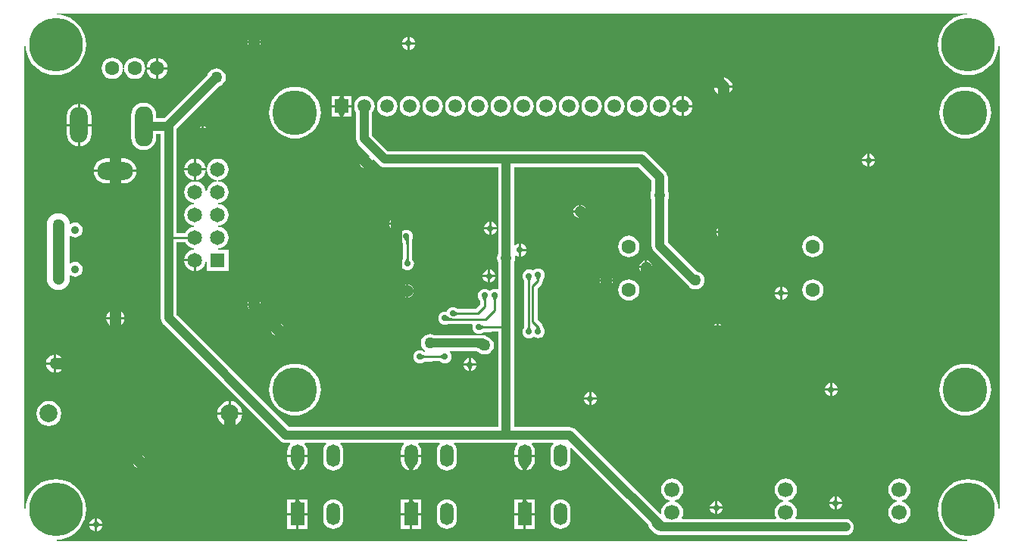
<source format=gbl>
%FSLAX44Y44*%
%MOMM*%
G71*
G01*
G75*
G04 Layer_Physical_Order=2*
G04 Layer_Color=16711680*
%ADD10C,0.2540*%
%ADD11C,0.5080*%
%ADD12C,0.5842*%
%ADD13C,1.2700*%
%ADD14R,0.9000X1.0000*%
%ADD15R,1.0160X0.7620*%
%ADD16R,1.8000X1.3000*%
%ADD17R,1.1430X1.2700*%
%ADD18R,1.0000X1.0000*%
%ADD19R,1.0000X1.0000*%
%ADD20R,1.0000X0.9000*%
G04:AMPARAMS|DCode=21|XSize=2.8mm|YSize=0.5mm|CornerRadius=0.125mm|HoleSize=0mm|Usage=FLASHONLY|Rotation=180.000|XOffset=0mm|YOffset=0mm|HoleType=Round|Shape=RoundedRectangle|*
%AMROUNDEDRECTD21*
21,1,2.8000,0.2500,0,0,180.0*
21,1,2.5500,0.5000,0,0,180.0*
1,1,0.2500,-1.2750,0.1250*
1,1,0.2500,1.2750,0.1250*
1,1,0.2500,1.2750,-0.1250*
1,1,0.2500,-1.2750,-0.1250*
%
%ADD21ROUNDEDRECTD21*%
G04:AMPARAMS|DCode=22|XSize=3.5mm|YSize=2.05mm|CornerRadius=0.5125mm|HoleSize=0mm|Usage=FLASHONLY|Rotation=180.000|XOffset=0mm|YOffset=0mm|HoleType=Round|Shape=RoundedRectangle|*
%AMROUNDEDRECTD22*
21,1,3.5000,1.0250,0,0,180.0*
21,1,2.4750,2.0500,0,0,180.0*
1,1,1.0250,-1.2375,0.5125*
1,1,1.0250,1.2375,0.5125*
1,1,1.0250,1.2375,-0.5125*
1,1,1.0250,-1.2375,-0.5125*
%
%ADD22ROUNDEDRECTD22*%
G04:AMPARAMS|DCode=23|XSize=4mm|YSize=2.05mm|CornerRadius=0.5125mm|HoleSize=0mm|Usage=FLASHONLY|Rotation=180.000|XOffset=0mm|YOffset=0mm|HoleType=Round|Shape=RoundedRectangle|*
%AMROUNDEDRECTD23*
21,1,4.0000,1.0250,0,0,180.0*
21,1,2.9750,2.0500,0,0,180.0*
1,1,1.0250,-1.4875,0.5125*
1,1,1.0250,1.4875,0.5125*
1,1,1.0250,1.4875,-0.5125*
1,1,1.0250,-1.4875,-0.5125*
%
%ADD23ROUNDEDRECTD23*%
G04:AMPARAMS|DCode=24|XSize=3.5mm|YSize=2.05mm|CornerRadius=0.5125mm|HoleSize=0mm|Usage=FLASHONLY|Rotation=180.000|XOffset=0mm|YOffset=0mm|HoleType=Round|Shape=RoundedRectangle|*
%AMROUNDEDRECTD24*
21,1,3.5000,1.0250,0,0,180.0*
21,1,2.4750,2.0500,0,0,180.0*
1,1,1.0250,-1.2375,0.5125*
1,1,1.0250,1.2375,0.5125*
1,1,1.0250,1.2375,-0.5125*
1,1,1.0250,-1.2375,-0.5125*
%
%ADD24ROUNDEDRECTD24*%
%ADD25O,0.6000X1.9000*%
%ADD26O,1.9000X0.6000*%
%ADD27O,0.6000X2.0500*%
%ADD28O,2.0500X0.6000*%
%ADD29R,0.6000X0.8500*%
%ADD30C,1.0160*%
%ADD31C,0.7620*%
%ADD32C,0.3810*%
%ADD33R,2.5250X7.2000*%
%ADD34R,4.1500X2.0750*%
%ADD35R,2.7250X2.0750*%
%ADD36R,1.2250X7.2000*%
%ADD37C,1.6500*%
%ADD38R,1.6500X1.6500*%
%ADD39C,1.6000*%
%ADD40O,1.5000X2.5000*%
%ADD41R,1.5000X2.5000*%
%ADD42O,4.0000X2.0000*%
%ADD43O,2.0000X4.5000*%
%ADD44O,2.0000X4.0000*%
%ADD45C,2.0000*%
%ADD46C,1.7000*%
%ADD47C,0.9000*%
%ADD48C,6.0000*%
%ADD49C,1.5000*%
%ADD50R,1.5000X1.5000*%
%ADD51C,5.0000*%
%ADD52C,0.7000*%
%ADD53C,1.2700*%
G36*
X1058677Y593810D02*
X1054695Y593497D01*
X1049520Y592255D01*
X1044603Y590218D01*
X1040066Y587437D01*
X1036019Y583981D01*
X1032563Y579935D01*
X1029782Y575397D01*
X1027745Y570480D01*
X1026503Y565305D01*
X1026086Y560000D01*
X1026503Y554695D01*
X1027745Y549520D01*
X1029782Y544603D01*
X1032563Y540065D01*
X1036019Y536019D01*
X1040066Y532563D01*
X1044603Y529782D01*
X1049520Y527745D01*
X1054695Y526503D01*
X1060000Y526086D01*
X1065305Y526503D01*
X1070480Y527745D01*
X1075397Y529782D01*
X1079934Y532563D01*
X1083981Y536019D01*
X1087437Y540065D01*
X1090218Y544603D01*
X1092255Y549520D01*
X1093497Y554695D01*
X1093810Y558678D01*
X1095079Y558628D01*
Y41372D01*
X1093810Y41322D01*
X1093497Y45305D01*
X1092255Y50480D01*
X1090218Y55397D01*
X1087437Y59934D01*
X1083981Y63981D01*
X1079934Y67437D01*
X1075397Y70218D01*
X1070480Y72255D01*
X1065305Y73497D01*
X1060000Y73914D01*
X1054695Y73497D01*
X1049520Y72255D01*
X1044603Y70218D01*
X1040066Y67437D01*
X1036019Y63981D01*
X1032563Y59934D01*
X1029782Y55397D01*
X1027745Y50480D01*
X1026503Y45305D01*
X1026086Y40000D01*
X1026503Y34695D01*
X1027745Y29520D01*
X1029782Y24603D01*
X1032563Y20066D01*
X1036019Y16019D01*
X1040066Y12563D01*
X1044603Y9782D01*
X1049520Y7745D01*
X1054695Y6503D01*
X1058677Y6190D01*
X1058627Y4920D01*
X41373D01*
X41323Y6190D01*
X45305Y6503D01*
X50480Y7745D01*
X55397Y9782D01*
X59934Y12563D01*
X63981Y16019D01*
X67437Y20066D01*
X70218Y24603D01*
X72255Y29520D01*
X73497Y34695D01*
X73914Y40000D01*
X73497Y45305D01*
X72255Y50480D01*
X70218Y55397D01*
X67437Y59934D01*
X63981Y63981D01*
X59934Y67437D01*
X55397Y70218D01*
X50480Y72255D01*
X45305Y73497D01*
X40000Y73914D01*
X34695Y73497D01*
X29520Y72255D01*
X24603Y70218D01*
X20066Y67437D01*
X16019Y63981D01*
X12563Y59934D01*
X9782Y55397D01*
X7745Y50480D01*
X6503Y45305D01*
X6190Y41323D01*
X4920Y41373D01*
Y558627D01*
X6190Y558677D01*
X6503Y554695D01*
X7745Y549520D01*
X9782Y544603D01*
X12563Y540065D01*
X16019Y536019D01*
X20066Y532563D01*
X24603Y529782D01*
X29520Y527745D01*
X34695Y526503D01*
X40000Y526086D01*
X45305Y526503D01*
X50480Y527745D01*
X55397Y529782D01*
X59934Y532563D01*
X63981Y536019D01*
X67437Y540065D01*
X70218Y544603D01*
X72255Y549520D01*
X73497Y554695D01*
X73914Y560000D01*
X73497Y565305D01*
X72255Y570480D01*
X70218Y575397D01*
X67437Y579935D01*
X63981Y583981D01*
X59934Y587437D01*
X55397Y590218D01*
X50480Y592255D01*
X45305Y593497D01*
X41323Y593810D01*
X41373Y595079D01*
X1058627D01*
X1058677Y593810D01*
D02*
G37*
%LPC*%
G36*
X778510Y238760D02*
X772574D01*
X772658Y238122D01*
X773395Y236343D01*
X774566Y234816D01*
X776094Y233645D01*
X777872Y232908D01*
X778510Y232824D01*
Y238760D01*
D02*
G37*
G36*
X786986D02*
X781050D01*
Y232824D01*
X781688Y232908D01*
X783466Y233645D01*
X784994Y234816D01*
X786165Y236343D01*
X786902Y238122D01*
X786986Y238760D01*
D02*
G37*
G36*
X458470Y236308D02*
X455818Y235958D01*
X453346Y234935D01*
X451224Y233306D01*
X449595Y231184D01*
X448572Y228712D01*
X448222Y226060D01*
X448572Y223408D01*
X449595Y220936D01*
X451224Y218814D01*
X453324Y217202D01*
X453192Y216814D01*
X453133Y216670D01*
X451917Y216301D01*
X451820Y216366D01*
X450727Y217205D01*
X448948Y217942D01*
X447040Y218193D01*
X445132Y217942D01*
X443354Y217205D01*
X441826Y216034D01*
X440655Y214506D01*
X439918Y212728D01*
X439667Y210820D01*
X439918Y208912D01*
X440655Y207134D01*
X441826Y205606D01*
X443354Y204435D01*
X445132Y203698D01*
X447040Y203447D01*
X448948Y203698D01*
X450727Y204435D01*
X451820Y205274D01*
X452279Y205581D01*
X452289Y205571D01*
D01*
D01*
X452424Y205627D01*
X452425Y205628D01*
X469583Y205641D01*
X469596Y205628D01*
Y205627D01*
X469664Y205599D01*
X469731Y205571D01*
D01*
X469828Y205522D01*
X470200Y205274D01*
X471293Y204435D01*
X473072Y203698D01*
X474980Y203447D01*
X476888Y203698D01*
X478666Y204435D01*
X480194Y205606D01*
X481365Y207134D01*
X482102Y208912D01*
X482353Y210820D01*
X482102Y212728D01*
X481365Y214506D01*
X480254Y215954D01*
X480816Y217093D01*
X510247D01*
X511294Y216885D01*
X512158Y216308D01*
X512184Y216274D01*
X514306Y214645D01*
X516778Y213622D01*
X519430Y213272D01*
X522082Y213622D01*
X524554Y214645D01*
X526676Y216274D01*
X528305Y218396D01*
X529328Y220868D01*
X529678Y223520D01*
X529328Y226172D01*
X528305Y228644D01*
X526676Y230766D01*
X524554Y232395D01*
X522082Y233419D01*
X521867Y233447D01*
X521373Y233825D01*
X519211Y234721D01*
X516890Y235027D01*
X510466D01*
X510232Y235050D01*
Y235027D01*
X463372D01*
X461122Y235958D01*
X458470Y236308D01*
D02*
G37*
G36*
X38100Y213281D02*
X36718Y213099D01*
X34246Y212075D01*
X32124Y210446D01*
X30495Y208324D01*
X29471Y205852D01*
X29290Y204470D01*
X38100D01*
Y213281D01*
D02*
G37*
G36*
X40640D02*
Y204470D01*
X49450D01*
X49268Y205852D01*
X48245Y208324D01*
X46616Y210446D01*
X44494Y212075D01*
X42022Y213099D01*
X40640Y213281D01*
D02*
G37*
G36*
X287020Y240030D02*
X281084D01*
X281168Y239392D01*
X281905Y237614D01*
X283076Y236086D01*
X284604Y234915D01*
X286382Y234178D01*
X287020Y234094D01*
Y240030D01*
D02*
G37*
G36*
Y248506D02*
X286382Y248422D01*
X284604Y247685D01*
X283076Y246514D01*
X281905Y244986D01*
X281168Y243208D01*
X281084Y242570D01*
X287020D01*
Y248506D01*
D02*
G37*
G36*
X289560D02*
Y242570D01*
X295496D01*
X295412Y243208D01*
X294675Y244986D01*
X293504Y246514D01*
X291977Y247685D01*
X290198Y248422D01*
X289560Y248506D01*
D02*
G37*
G36*
X781050Y247236D02*
Y241300D01*
X786986D01*
X786902Y241938D01*
X786165Y243717D01*
X784994Y245244D01*
X783466Y246415D01*
X781688Y247152D01*
X781050Y247236D01*
D02*
G37*
G36*
X295496Y240030D02*
X289560D01*
Y234094D01*
X290198Y234178D01*
X291977Y234915D01*
X293504Y236086D01*
X294675Y237614D01*
X295412Y239392D01*
X295496Y240030D01*
D02*
G37*
G36*
X778510Y247236D02*
X777872Y247152D01*
X776094Y246415D01*
X774566Y245244D01*
X773395Y243717D01*
X772658Y241938D01*
X772574Y241300D01*
X778510D01*
Y247236D01*
D02*
G37*
G36*
X504190Y209136D02*
Y203200D01*
X510126D01*
X510042Y203838D01*
X509305Y205616D01*
X508134Y207144D01*
X506606Y208315D01*
X504828Y209052D01*
X504190Y209136D01*
D02*
G37*
G36*
X905510Y181196D02*
X904872Y181112D01*
X903093Y180375D01*
X901566Y179204D01*
X900395Y177677D01*
X899658Y175898D01*
X899574Y175260D01*
X905510D01*
Y181196D01*
D02*
G37*
G36*
X908050D02*
Y175260D01*
X913986D01*
X913902Y175898D01*
X913165Y177677D01*
X911994Y179204D01*
X910467Y180375D01*
X908688Y181112D01*
X908050Y181196D01*
D02*
G37*
G36*
X913986Y172720D02*
X908050D01*
Y166784D01*
X908688Y166868D01*
X910467Y167605D01*
X911994Y168776D01*
X913165Y170303D01*
X913902Y172082D01*
X913986Y172720D01*
D02*
G37*
G36*
X638810Y171036D02*
Y165100D01*
X644746D01*
X644662Y165738D01*
X643925Y167516D01*
X642754Y169044D01*
X641227Y170215D01*
X639448Y170952D01*
X638810Y171036D01*
D02*
G37*
G36*
X905510Y172720D02*
X899574D01*
X899658Y172082D01*
X900395Y170303D01*
X901566Y168776D01*
X903093Y167605D01*
X904872Y166868D01*
X905510Y166784D01*
Y172720D01*
D02*
G37*
G36*
X38100Y201930D02*
X29290D01*
X29471Y200548D01*
X30495Y198076D01*
X32124Y195954D01*
X34246Y194325D01*
X36718Y193302D01*
X38100Y193120D01*
Y201930D01*
D02*
G37*
G36*
X501650Y209136D02*
X501012Y209052D01*
X499234Y208315D01*
X497706Y207144D01*
X496535Y205616D01*
X495798Y203838D01*
X495714Y203200D01*
X501650D01*
Y209136D01*
D02*
G37*
G36*
X636270Y171036D02*
X635632Y170952D01*
X633853Y170215D01*
X632326Y169044D01*
X631155Y167516D01*
X630418Y165738D01*
X630334Y165100D01*
X636270D01*
Y171036D01*
D02*
G37*
G36*
X510126Y200660D02*
X504190D01*
Y194724D01*
X504828Y194808D01*
X506606Y195545D01*
X508134Y196716D01*
X509305Y198244D01*
X510042Y200022D01*
X510126Y200660D01*
D02*
G37*
G36*
X49450Y201930D02*
X40640D01*
Y193120D01*
X42022Y193302D01*
X44494Y194325D01*
X46616Y195954D01*
X48245Y198076D01*
X49268Y200548D01*
X49450Y201930D01*
D02*
G37*
G36*
X501650Y200660D02*
X495714D01*
X495798Y200022D01*
X496535Y198244D01*
X497706Y196716D01*
X499234Y195545D01*
X501012Y194808D01*
X501650Y194724D01*
Y200660D01*
D02*
G37*
G36*
X105410Y252730D02*
X96600D01*
X96782Y251348D01*
X97805Y248876D01*
X99434Y246754D01*
X101556Y245125D01*
X104028Y244102D01*
X105410Y243920D01*
Y252730D01*
D02*
G37*
G36*
X431800Y291686D02*
X431162Y291602D01*
X429384Y290865D01*
X427856Y289694D01*
X426685Y288167D01*
X425948Y286388D01*
X425864Y285750D01*
X431800D01*
Y291686D01*
D02*
G37*
G36*
X434340D02*
Y285750D01*
X440276D01*
X440192Y286388D01*
X439455Y288167D01*
X438284Y289694D01*
X436757Y290865D01*
X434978Y291602D01*
X434340Y291686D01*
D02*
G37*
G36*
X852170Y289146D02*
Y283210D01*
X858106D01*
X858022Y283848D01*
X857285Y285627D01*
X856114Y287154D01*
X854586Y288325D01*
X852808Y289062D01*
X852170Y289146D01*
D02*
G37*
G36*
X440276Y283210D02*
X434340D01*
Y277274D01*
X434978Y277358D01*
X436757Y278095D01*
X438284Y279266D01*
X439455Y280793D01*
X440192Y282572D01*
X440276Y283210D01*
D02*
G37*
G36*
X849630Y289146D02*
X848992Y289062D01*
X847214Y288325D01*
X845686Y287154D01*
X844515Y285627D01*
X843778Y283848D01*
X843694Y283210D01*
X849630D01*
Y289146D01*
D02*
G37*
G36*
X654050Y294640D02*
X648114D01*
X648198Y294002D01*
X648935Y292223D01*
X650106Y290696D01*
X651634Y289525D01*
X653412Y288788D01*
X654050Y288704D01*
Y294640D01*
D02*
G37*
G36*
Y303116D02*
X653412Y303032D01*
X651634Y302295D01*
X650106Y301124D01*
X648935Y299597D01*
X648198Y297818D01*
X648114Y297180D01*
X654050D01*
Y303116D01*
D02*
G37*
G36*
X656590D02*
Y297180D01*
X662526D01*
X662442Y297818D01*
X661705Y299597D01*
X660534Y301124D01*
X659007Y302295D01*
X657228Y303032D01*
X656590Y303116D01*
D02*
G37*
G36*
X531716Y299720D02*
X525780D01*
Y293784D01*
X526418Y293868D01*
X528196Y294605D01*
X529724Y295776D01*
X530895Y297304D01*
X531632Y299082D01*
X531716Y299720D01*
D02*
G37*
G36*
X662526Y294640D02*
X656590D01*
Y288704D01*
X657228Y288788D01*
X659007Y289525D01*
X660534Y290696D01*
X661705Y292223D01*
X662442Y294002D01*
X662526Y294640D01*
D02*
G37*
G36*
X523240Y299720D02*
X517304D01*
X517388Y299082D01*
X518125Y297304D01*
X519296Y295776D01*
X520824Y294605D01*
X522602Y293868D01*
X523240Y293784D01*
Y299720D01*
D02*
G37*
G36*
X431800Y283210D02*
X425864D01*
X425948Y282572D01*
X426685Y280793D01*
X427856Y279266D01*
X429384Y278095D01*
X431162Y277358D01*
X431800Y277274D01*
Y283210D01*
D02*
G37*
G36*
X260350Y267970D02*
X254414D01*
X254498Y267332D01*
X255235Y265553D01*
X256406Y264026D01*
X257934Y262855D01*
X259712Y262118D01*
X260350Y262034D01*
Y267970D01*
D02*
G37*
G36*
X268826D02*
X262890D01*
Y262034D01*
X263528Y262118D01*
X265306Y262855D01*
X266834Y264026D01*
X268005Y265553D01*
X268742Y267332D01*
X268826Y267970D01*
D02*
G37*
G36*
X107950Y264081D02*
Y255270D01*
X116761D01*
X116579Y256652D01*
X115555Y259124D01*
X113926Y261246D01*
X111804Y262875D01*
X109332Y263899D01*
X107950Y264081D01*
D02*
G37*
G36*
X116761Y252730D02*
X107950D01*
Y243920D01*
X109332Y244102D01*
X111804Y245125D01*
X113926Y246754D01*
X115555Y248876D01*
X116579Y251348D01*
X116761Y252730D01*
D02*
G37*
G36*
X105410Y264081D02*
X104028Y263899D01*
X101556Y262875D01*
X99434Y261246D01*
X97805Y259124D01*
X96782Y256652D01*
X96600Y255270D01*
X105410D01*
Y264081D01*
D02*
G37*
G36*
X260350Y276446D02*
X259712Y276362D01*
X257934Y275625D01*
X256406Y274454D01*
X255235Y272927D01*
X254498Y271148D01*
X254414Y270510D01*
X260350D01*
Y276446D01*
D02*
G37*
G36*
X849630Y280670D02*
X843694D01*
X843778Y280032D01*
X844515Y278253D01*
X845686Y276726D01*
X847214Y275555D01*
X848992Y274818D01*
X849630Y274734D01*
Y280670D01*
D02*
G37*
G36*
X858106D02*
X852170D01*
Y274734D01*
X852808Y274818D01*
X854586Y275555D01*
X856114Y276726D01*
X857285Y278253D01*
X858022Y280032D01*
X858106Y280670D01*
D02*
G37*
G36*
X886460Y297392D02*
X883377Y296986D01*
X880504Y295796D01*
X878037Y293903D01*
X876144Y291436D01*
X874954Y288563D01*
X874548Y285480D01*
X874954Y282397D01*
X876144Y279524D01*
X878037Y277057D01*
X880504Y275164D01*
X883377Y273974D01*
X886460Y273568D01*
X889543Y273974D01*
X892416Y275164D01*
X894883Y277057D01*
X896776Y279524D01*
X897966Y282397D01*
X898372Y285480D01*
X897966Y288563D01*
X896776Y291436D01*
X894883Y293903D01*
X892416Y295796D01*
X889543Y296986D01*
X886460Y297392D01*
D02*
G37*
G36*
X262890Y276446D02*
Y270510D01*
X268826D01*
X268742Y271148D01*
X268005Y272927D01*
X266834Y274454D01*
X265306Y275625D01*
X263528Y276362D01*
X262890Y276446D01*
D02*
G37*
G36*
X680720Y297392D02*
X677637Y296986D01*
X674764Y295796D01*
X672297Y293903D01*
X670404Y291436D01*
X669214Y288563D01*
X668808Y285480D01*
X669214Y282397D01*
X670404Y279524D01*
X672297Y277057D01*
X674764Y275164D01*
X677637Y273974D01*
X680720Y273568D01*
X683803Y273974D01*
X686676Y275164D01*
X689143Y277057D01*
X691036Y279524D01*
X692226Y282397D01*
X692632Y285480D01*
X692226Y288563D01*
X691036Y291436D01*
X689143Y293903D01*
X686676Y295796D01*
X683803Y296986D01*
X680720Y297392D01*
D02*
G37*
G36*
X785716Y40640D02*
X779780D01*
Y34704D01*
X780418Y34788D01*
X782197Y35525D01*
X783724Y36696D01*
X784895Y38224D01*
X785632Y40002D01*
X785716Y40640D01*
D02*
G37*
G36*
X308930Y51120D02*
X298890D01*
Y36080D01*
X308930D01*
Y51120D01*
D02*
G37*
G36*
X777240Y40640D02*
X771304D01*
X771388Y40002D01*
X772125Y38224D01*
X773296Y36696D01*
X774824Y35525D01*
X776602Y34788D01*
X777240Y34704D01*
Y40640D01*
D02*
G37*
G36*
X86360Y30066D02*
Y24130D01*
X92296D01*
X92212Y24768D01*
X91475Y26546D01*
X90304Y28074D01*
X88777Y29245D01*
X86998Y29982D01*
X86360Y30066D01*
D02*
G37*
G36*
X982980Y74646D02*
X979766Y74223D01*
X976772Y72983D01*
X974200Y71010D01*
X972227Y68438D01*
X970987Y65444D01*
X970564Y62230D01*
X970987Y59016D01*
X972227Y56022D01*
X974200Y53450D01*
X976772Y51477D01*
X979766Y50237D01*
X980312Y50165D01*
Y48895D01*
X979766Y48823D01*
X976772Y47583D01*
X974200Y45610D01*
X972227Y43038D01*
X970987Y40044D01*
X970564Y36830D01*
X970987Y33616D01*
X972227Y30622D01*
X974200Y28050D01*
X976772Y26077D01*
X979766Y24837D01*
X982980Y24414D01*
X986194Y24837D01*
X989188Y26077D01*
X991760Y28050D01*
X993733Y30622D01*
X994973Y33616D01*
X995396Y36830D01*
X994973Y40044D01*
X993733Y43038D01*
X991760Y45610D01*
X989188Y47583D01*
X986194Y48823D01*
X985648Y48895D01*
Y50165D01*
X986194Y50237D01*
X989188Y51477D01*
X991760Y53450D01*
X993733Y56022D01*
X994973Y59016D01*
X995396Y62230D01*
X994973Y65444D01*
X993733Y68438D01*
X991760Y71010D01*
X989188Y72983D01*
X986194Y74223D01*
X982980Y74646D01*
D02*
G37*
G36*
X321510Y51120D02*
X311470D01*
Y36080D01*
X321510D01*
Y51120D01*
D02*
G37*
G36*
X575510D02*
X565470D01*
Y36080D01*
X575510D01*
Y51120D01*
D02*
G37*
G36*
X910590Y45720D02*
X904654D01*
X904738Y45082D01*
X905475Y43303D01*
X906646Y41776D01*
X908174Y40605D01*
X909952Y39868D01*
X910590Y39784D01*
Y45720D01*
D02*
G37*
G36*
X562930Y51120D02*
X552890D01*
Y36080D01*
X562930D01*
Y51120D01*
D02*
G37*
G36*
X435930D02*
X425890D01*
Y36080D01*
X435930D01*
Y51120D01*
D02*
G37*
G36*
X448510D02*
X438470D01*
Y36080D01*
X448510D01*
Y51120D01*
D02*
G37*
G36*
X83820Y30066D02*
X83182Y29982D01*
X81404Y29245D01*
X79876Y28074D01*
X78705Y26546D01*
X77968Y24768D01*
X77884Y24130D01*
X83820D01*
Y30066D01*
D02*
G37*
G36*
X477200Y51218D02*
X474248Y50829D01*
X471496Y49689D01*
X469134Y47876D01*
X467321Y45514D01*
X466181Y42762D01*
X465792Y39810D01*
Y29810D01*
X466181Y26858D01*
X467321Y24106D01*
X469134Y21744D01*
X471496Y19931D01*
X474248Y18791D01*
X477200Y18402D01*
X480153Y18791D01*
X482904Y19931D01*
X485266Y21744D01*
X487079Y24106D01*
X488219Y26858D01*
X488608Y29810D01*
Y39810D01*
X488219Y42762D01*
X487079Y45514D01*
X485266Y47876D01*
X482904Y49689D01*
X480153Y50829D01*
X477200Y51218D01*
D02*
G37*
G36*
X604200D02*
X601247Y50829D01*
X598496Y49689D01*
X596134Y47876D01*
X594321Y45514D01*
X593181Y42762D01*
X592792Y39810D01*
Y29810D01*
X593181Y26858D01*
X594321Y24106D01*
X596134Y21744D01*
X598496Y19931D01*
X601247Y18791D01*
X604200Y18402D01*
X607152Y18791D01*
X609904Y19931D01*
X612266Y21744D01*
X614079Y24106D01*
X615219Y26858D01*
X615608Y29810D01*
Y39810D01*
X615219Y42762D01*
X614079Y45514D01*
X612266Y47876D01*
X609904Y49689D01*
X607152Y50829D01*
X604200Y51218D01*
D02*
G37*
G36*
X350200D02*
X347248Y50829D01*
X344496Y49689D01*
X342134Y47876D01*
X340321Y45514D01*
X339181Y42762D01*
X338792Y39810D01*
Y29810D01*
X339181Y26858D01*
X340321Y24106D01*
X342134Y21744D01*
X344496Y19931D01*
X347248Y18791D01*
X350200Y18402D01*
X353153Y18791D01*
X355904Y19931D01*
X358266Y21744D01*
X360079Y24106D01*
X361219Y26858D01*
X361608Y29810D01*
Y39810D01*
X361219Y42762D01*
X360079Y45514D01*
X358266Y47876D01*
X355904Y49689D01*
X353153Y50829D01*
X350200Y51218D01*
D02*
G37*
G36*
X83820Y21590D02*
X77884D01*
X77968Y20952D01*
X78705Y19174D01*
X79876Y17646D01*
X81404Y16475D01*
X83182Y15738D01*
X83820Y15654D01*
Y21590D01*
D02*
G37*
G36*
X92296D02*
X86360D01*
Y15654D01*
X86998Y15738D01*
X88777Y16475D01*
X90304Y17646D01*
X91475Y19174D01*
X92212Y20952D01*
X92296Y21590D01*
D02*
G37*
G36*
X308930Y33540D02*
X298890D01*
Y18500D01*
X308930D01*
Y33540D01*
D02*
G37*
G36*
X562930D02*
X552890D01*
Y18500D01*
X562930D01*
Y33540D01*
D02*
G37*
G36*
X575510D02*
X565470D01*
Y18500D01*
X575510D01*
Y33540D01*
D02*
G37*
G36*
X448510D02*
X438470D01*
Y18500D01*
X448510D01*
Y33540D01*
D02*
G37*
G36*
X321510D02*
X311470D01*
Y18500D01*
X321510D01*
Y33540D01*
D02*
G37*
G36*
X435930D02*
X425890D01*
Y18500D01*
X435930D01*
Y33540D01*
D02*
G37*
G36*
X919066Y45720D02*
X913130D01*
Y39784D01*
X913768Y39868D01*
X915546Y40605D01*
X917074Y41776D01*
X918245Y43303D01*
X918982Y45082D01*
X919066Y45720D01*
D02*
G37*
G36*
X233170Y146050D02*
X220678D01*
X220985Y143715D01*
X222377Y140355D01*
X224591Y137471D01*
X227475Y135257D01*
X230835Y133865D01*
X233170Y133558D01*
Y146050D01*
D02*
G37*
G36*
X248202D02*
X235710D01*
Y133558D01*
X238045Y133865D01*
X241405Y135257D01*
X244289Y137471D01*
X246503Y140355D01*
X247895Y143715D01*
X248202Y146050D01*
D02*
G37*
G36*
X32190Y161249D02*
X28585Y160775D01*
X25225Y159383D01*
X22341Y157169D01*
X20127Y154285D01*
X18735Y150925D01*
X18261Y147320D01*
X18735Y143715D01*
X20127Y140355D01*
X22341Y137471D01*
X25225Y135257D01*
X28585Y133865D01*
X32190Y133391D01*
X35795Y133865D01*
X39155Y135257D01*
X42039Y137471D01*
X44253Y140355D01*
X45645Y143715D01*
X46119Y147320D01*
X45645Y150925D01*
X44253Y154285D01*
X42039Y157169D01*
X39155Y159383D01*
X35795Y160775D01*
X32190Y161249D01*
D02*
G37*
G36*
X131875Y101391D02*
X131237Y101307D01*
X129459Y100570D01*
X127931Y99399D01*
X126760Y97872D01*
X126023Y96093D01*
X125939Y95455D01*
X131875D01*
Y101391D01*
D02*
G37*
G36*
X134415D02*
Y95455D01*
X140351D01*
X140267Y96093D01*
X139530Y97872D01*
X138358Y99399D01*
X136832Y100570D01*
X135053Y101307D01*
X134415Y101391D01*
D02*
G37*
G36*
X307340Y202889D02*
X302819Y202533D01*
X298410Y201475D01*
X294220Y199739D01*
X290354Y197370D01*
X286905Y194425D01*
X283960Y190977D01*
X281591Y187110D01*
X279855Y182920D01*
X278797Y178511D01*
X278441Y173990D01*
X278797Y169469D01*
X279855Y165060D01*
X281591Y160870D01*
X283960Y157003D01*
X286905Y153555D01*
X290354Y150610D01*
X294220Y148241D01*
X298410Y146505D01*
X302819Y145447D01*
X307340Y145091D01*
X311861Y145447D01*
X316270Y146505D01*
X320460Y148241D01*
X324327Y150610D01*
X327775Y153555D01*
X330720Y157003D01*
X333089Y160870D01*
X334825Y165060D01*
X335883Y169469D01*
X336239Y173990D01*
X335883Y178511D01*
X334825Y182920D01*
X333089Y187110D01*
X330720Y190977D01*
X327775Y194425D01*
X324327Y197370D01*
X320460Y199739D01*
X316270Y201475D01*
X311861Y202533D01*
X307340Y202889D01*
D02*
G37*
G36*
X636270Y162560D02*
X630334D01*
X630418Y161922D01*
X631155Y160144D01*
X632326Y158616D01*
X633853Y157445D01*
X635632Y156708D01*
X636270Y156624D01*
Y162560D01*
D02*
G37*
G36*
X644746D02*
X638810D01*
Y156624D01*
X639448Y156708D01*
X641227Y157445D01*
X642754Y158616D01*
X643925Y160144D01*
X644662Y161922D01*
X644746Y162560D01*
D02*
G37*
G36*
X235710Y161082D02*
Y148590D01*
X248202D01*
X247895Y150925D01*
X246503Y154285D01*
X244289Y157169D01*
X241405Y159383D01*
X238045Y160775D01*
X235710Y161082D01*
D02*
G37*
G36*
X1056640Y202889D02*
X1052119Y202533D01*
X1047710Y201475D01*
X1043520Y199739D01*
X1039653Y197370D01*
X1036205Y194425D01*
X1033260Y190977D01*
X1030891Y187110D01*
X1029155Y182920D01*
X1028097Y178511D01*
X1027741Y173990D01*
X1028097Y169469D01*
X1029155Y165060D01*
X1030891Y160870D01*
X1033260Y157003D01*
X1036205Y153555D01*
X1039653Y150610D01*
X1043520Y148241D01*
X1047710Y146505D01*
X1052119Y145447D01*
X1056640Y145091D01*
X1061161Y145447D01*
X1065570Y146505D01*
X1069760Y148241D01*
X1073626Y150610D01*
X1077075Y153555D01*
X1080020Y157003D01*
X1082389Y160870D01*
X1084125Y165060D01*
X1085183Y169469D01*
X1085539Y173990D01*
X1085183Y178511D01*
X1084125Y182920D01*
X1082389Y187110D01*
X1080020Y190977D01*
X1077075Y194425D01*
X1073626Y197370D01*
X1069760Y199739D01*
X1065570Y201475D01*
X1061161Y202533D01*
X1056640Y202889D01*
D02*
G37*
G36*
X233170Y161082D02*
X230835Y160775D01*
X227475Y159383D01*
X224591Y157169D01*
X222377Y154285D01*
X220985Y150925D01*
X220678Y148590D01*
X233170D01*
Y161082D01*
D02*
G37*
G36*
X140351Y92915D02*
X134415D01*
Y86979D01*
X135053Y87063D01*
X136832Y87800D01*
X138358Y88972D01*
X139530Y90499D01*
X140267Y92277D01*
X140351Y92915D01*
D02*
G37*
G36*
X913130Y54196D02*
Y48260D01*
X919066D01*
X918982Y48898D01*
X918245Y50676D01*
X917074Y52204D01*
X915546Y53375D01*
X913768Y54112D01*
X913130Y54196D01*
D02*
G37*
G36*
X308930Y98540D02*
X298792D01*
Y94810D01*
X299181Y91858D01*
X300321Y89106D01*
X302134Y86744D01*
X304496Y84931D01*
X307248Y83791D01*
X308930Y83570D01*
Y98540D01*
D02*
G37*
G36*
X910590Y54196D02*
X909952Y54112D01*
X908174Y53375D01*
X906646Y52204D01*
X905475Y50676D01*
X904738Y48898D01*
X904654Y48260D01*
X910590D01*
Y54196D01*
D02*
G37*
G36*
X777240Y49116D02*
X776602Y49032D01*
X774824Y48295D01*
X773296Y47124D01*
X772125Y45596D01*
X771388Y43818D01*
X771304Y43180D01*
X777240D01*
Y49116D01*
D02*
G37*
G36*
X779780D02*
Y43180D01*
X785716D01*
X785632Y43818D01*
X784895Y45596D01*
X783724Y47124D01*
X782197Y48295D01*
X780418Y49032D01*
X779780Y49116D01*
D02*
G37*
G36*
X321608Y98540D02*
X311470D01*
Y83570D01*
X313153Y83791D01*
X315904Y84931D01*
X318266Y86744D01*
X320079Y89106D01*
X321219Y91858D01*
X321608Y94810D01*
Y98540D01*
D02*
G37*
G36*
X575608D02*
X565470D01*
Y83570D01*
X567152Y83791D01*
X569904Y84931D01*
X572266Y86744D01*
X574079Y89106D01*
X575219Y91858D01*
X575608Y94810D01*
Y98540D01*
D02*
G37*
G36*
X131875Y92915D02*
X125939D01*
X126023Y92277D01*
X126760Y90499D01*
X127931Y88972D01*
X129459Y87800D01*
X131237Y87063D01*
X131875Y86979D01*
Y92915D01*
D02*
G37*
G36*
X562930Y98540D02*
X552792D01*
Y94810D01*
X553181Y91858D01*
X554321Y89106D01*
X556134Y86744D01*
X558496Y84931D01*
X561247Y83791D01*
X562930Y83570D01*
Y98540D01*
D02*
G37*
G36*
X435930D02*
X425792D01*
Y94810D01*
X426181Y91858D01*
X427321Y89106D01*
X429134Y86744D01*
X431496Y84931D01*
X434248Y83791D01*
X435930Y83570D01*
Y98540D01*
D02*
G37*
G36*
X448608D02*
X438470D01*
Y83570D01*
X440153Y83791D01*
X442904Y84931D01*
X445266Y86744D01*
X447079Y89106D01*
X448219Y91858D01*
X448608Y94810D01*
Y98540D01*
D02*
G37*
G36*
X562729Y502670D02*
X559777Y502281D01*
X557025Y501142D01*
X554663Y499329D01*
X552850Y496966D01*
X551710Y494215D01*
X551322Y491262D01*
X551710Y488310D01*
X552850Y485559D01*
X554663Y483196D01*
X557025Y481383D01*
X559777Y480243D01*
X562729Y479855D01*
X565682Y480243D01*
X568433Y481383D01*
X570796Y483196D01*
X572608Y485559D01*
X573748Y488310D01*
X574137Y491262D01*
X573748Y494215D01*
X572608Y496966D01*
X570796Y499329D01*
X568433Y501142D01*
X565682Y502281D01*
X562729Y502670D01*
D02*
G37*
G36*
X588129D02*
X585177Y502281D01*
X582425Y501142D01*
X580063Y499329D01*
X578250Y496966D01*
X577110Y494215D01*
X576722Y491262D01*
X577110Y488310D01*
X578250Y485559D01*
X580063Y483196D01*
X582425Y481383D01*
X585177Y480243D01*
X588129Y479855D01*
X591082Y480243D01*
X593833Y481383D01*
X596196Y483196D01*
X598008Y485559D01*
X599148Y488310D01*
X599537Y491262D01*
X599148Y494215D01*
X598008Y496966D01*
X596196Y499329D01*
X593833Y501142D01*
X591082Y502281D01*
X588129Y502670D01*
D02*
G37*
G36*
X537329D02*
X534377Y502281D01*
X531626Y501142D01*
X529263Y499329D01*
X527450Y496966D01*
X526310Y494215D01*
X525922Y491262D01*
X526310Y488310D01*
X527450Y485559D01*
X529263Y483196D01*
X531626Y481383D01*
X534377Y480243D01*
X537329Y479855D01*
X540282Y480243D01*
X543033Y481383D01*
X545396Y483196D01*
X547209Y485559D01*
X548348Y488310D01*
X548737Y491262D01*
X548348Y494215D01*
X547209Y496966D01*
X545396Y499329D01*
X543033Y501142D01*
X540282Y502281D01*
X537329Y502670D01*
D02*
G37*
G36*
X486529D02*
X483577Y502281D01*
X480826Y501142D01*
X478463Y499329D01*
X476650Y496966D01*
X475510Y494215D01*
X475122Y491262D01*
X475510Y488310D01*
X476650Y485559D01*
X478463Y483196D01*
X480826Y481383D01*
X483577Y480243D01*
X486529Y479855D01*
X489482Y480243D01*
X492233Y481383D01*
X494596Y483196D01*
X496409Y485559D01*
X497548Y488310D01*
X497937Y491262D01*
X497548Y494215D01*
X496409Y496966D01*
X494596Y499329D01*
X492233Y501142D01*
X489482Y502281D01*
X486529Y502670D01*
D02*
G37*
G36*
X511929D02*
X508977Y502281D01*
X506226Y501142D01*
X503863Y499329D01*
X502050Y496966D01*
X500910Y494215D01*
X500522Y491262D01*
X500910Y488310D01*
X502050Y485559D01*
X503863Y483196D01*
X506226Y481383D01*
X508977Y480243D01*
X511929Y479855D01*
X514882Y480243D01*
X517633Y481383D01*
X519996Y483196D01*
X521809Y485559D01*
X522948Y488310D01*
X523337Y491262D01*
X522948Y494215D01*
X521809Y496966D01*
X519996Y499329D01*
X517633Y501142D01*
X514882Y502281D01*
X511929Y502670D01*
D02*
G37*
G36*
X613529D02*
X610577Y502281D01*
X607826Y501142D01*
X605463Y499329D01*
X603650Y496966D01*
X602510Y494215D01*
X602122Y491262D01*
X602510Y488310D01*
X603650Y485559D01*
X605463Y483196D01*
X607826Y481383D01*
X610577Y480243D01*
X613529Y479855D01*
X616482Y480243D01*
X619233Y481383D01*
X621596Y483196D01*
X623409Y485559D01*
X624548Y488310D01*
X624937Y491262D01*
X624548Y494215D01*
X623409Y496966D01*
X621596Y499329D01*
X619233Y501142D01*
X616482Y502281D01*
X613529Y502670D01*
D02*
G37*
G36*
X715129D02*
X712177Y502281D01*
X709426Y501142D01*
X707063Y499329D01*
X705250Y496966D01*
X704110Y494215D01*
X703722Y491262D01*
X704110Y488310D01*
X705250Y485559D01*
X707063Y483196D01*
X709426Y481383D01*
X712177Y480243D01*
X715129Y479855D01*
X718082Y480243D01*
X720833Y481383D01*
X723196Y483196D01*
X725008Y485559D01*
X726148Y488310D01*
X726537Y491262D01*
X726148Y494215D01*
X725008Y496966D01*
X723196Y499329D01*
X720833Y501142D01*
X718082Y502281D01*
X715129Y502670D01*
D02*
G37*
G36*
X358259Y489992D02*
X348219D01*
Y479952D01*
X358259D01*
Y489992D01*
D02*
G37*
G36*
X689729Y502670D02*
X686777Y502281D01*
X684025Y501142D01*
X681663Y499329D01*
X679850Y496966D01*
X678710Y494215D01*
X678322Y491262D01*
X678710Y488310D01*
X679850Y485559D01*
X681663Y483196D01*
X684025Y481383D01*
X686777Y480243D01*
X689729Y479855D01*
X692682Y480243D01*
X695433Y481383D01*
X697796Y483196D01*
X699609Y485559D01*
X700748Y488310D01*
X701137Y491262D01*
X700748Y494215D01*
X699609Y496966D01*
X697796Y499329D01*
X695433Y501142D01*
X692682Y502281D01*
X689729Y502670D01*
D02*
G37*
G36*
X638929D02*
X635977Y502281D01*
X633226Y501142D01*
X630863Y499329D01*
X629050Y496966D01*
X627910Y494215D01*
X627522Y491262D01*
X627910Y488310D01*
X629050Y485559D01*
X630863Y483196D01*
X633226Y481383D01*
X635977Y480243D01*
X638929Y479855D01*
X641882Y480243D01*
X644633Y481383D01*
X646996Y483196D01*
X648809Y485559D01*
X649948Y488310D01*
X650337Y491262D01*
X649948Y494215D01*
X648809Y496966D01*
X646996Y499329D01*
X644633Y501142D01*
X641882Y502281D01*
X638929Y502670D01*
D02*
G37*
G36*
X664329D02*
X661377Y502281D01*
X658625Y501142D01*
X656263Y499329D01*
X654450Y496966D01*
X653310Y494215D01*
X652922Y491262D01*
X653310Y488310D01*
X654450Y485559D01*
X656263Y483196D01*
X658625Y481383D01*
X661377Y480243D01*
X664329Y479855D01*
X667282Y480243D01*
X670033Y481383D01*
X672396Y483196D01*
X674209Y485559D01*
X675348Y488310D01*
X675737Y491262D01*
X675348Y494215D01*
X674209Y496966D01*
X672396Y499329D01*
X670033Y501142D01*
X667282Y502281D01*
X664329Y502670D01*
D02*
G37*
G36*
X461129D02*
X458177Y502281D01*
X455425Y501142D01*
X453063Y499329D01*
X451250Y496966D01*
X450110Y494215D01*
X449722Y491262D01*
X450110Y488310D01*
X451250Y485559D01*
X453063Y483196D01*
X455425Y481383D01*
X458177Y480243D01*
X461129Y479855D01*
X464082Y480243D01*
X466833Y481383D01*
X469196Y483196D01*
X471008Y485559D01*
X472148Y488310D01*
X472537Y491262D01*
X472148Y494215D01*
X471008Y496966D01*
X469196Y499329D01*
X466833Y501142D01*
X464082Y502281D01*
X461129Y502670D01*
D02*
G37*
G36*
X1056640Y512769D02*
X1052119Y512413D01*
X1047710Y511355D01*
X1043520Y509619D01*
X1039653Y507250D01*
X1036205Y504305D01*
X1033260Y500857D01*
X1030891Y496990D01*
X1029155Y492800D01*
X1028097Y488391D01*
X1027741Y483870D01*
X1028097Y479349D01*
X1029155Y474940D01*
X1030891Y470750D01*
X1033260Y466884D01*
X1036205Y463435D01*
X1039653Y460490D01*
X1043520Y458121D01*
X1047710Y456385D01*
X1052119Y455327D01*
X1056640Y454971D01*
X1061161Y455327D01*
X1065570Y456385D01*
X1069760Y458121D01*
X1073626Y460490D01*
X1077075Y463435D01*
X1080020Y466884D01*
X1082389Y470750D01*
X1084125Y474940D01*
X1085183Y479349D01*
X1085539Y483870D01*
X1085183Y488391D01*
X1084125Y492800D01*
X1082389Y496990D01*
X1080020Y500857D01*
X1077075Y504305D01*
X1073626Y507250D01*
X1069760Y509619D01*
X1065570Y511355D01*
X1061161Y512413D01*
X1056640Y512769D01*
D02*
G37*
G36*
X203200Y468216D02*
X202562Y468132D01*
X200784Y467395D01*
X199256Y466224D01*
X198085Y464697D01*
X197348Y462918D01*
X197264Y462280D01*
X203200D01*
Y468216D01*
D02*
G37*
G36*
X307340Y512769D02*
X302819Y512413D01*
X298410Y511355D01*
X294220Y509619D01*
X290354Y507250D01*
X286905Y504305D01*
X283960Y500857D01*
X281591Y496990D01*
X279855Y492800D01*
X278797Y488391D01*
X278441Y483870D01*
X278797Y479349D01*
X279855Y474940D01*
X281591Y470750D01*
X283960Y466884D01*
X286905Y463435D01*
X290354Y460490D01*
X294220Y458121D01*
X298410Y456385D01*
X302819Y455327D01*
X307340Y454971D01*
X311861Y455327D01*
X316270Y456385D01*
X320460Y458121D01*
X324327Y460490D01*
X327775Y463435D01*
X330720Y466884D01*
X333089Y470750D01*
X334825Y474940D01*
X335883Y479349D01*
X336239Y483870D01*
X335883Y488391D01*
X334825Y492800D01*
X333089Y496990D01*
X330720Y500857D01*
X327775Y504305D01*
X324327Y507250D01*
X320460Y509619D01*
X316270Y511355D01*
X311861Y512413D01*
X307340Y512769D01*
D02*
G37*
G36*
X203200Y459740D02*
X197264D01*
X197348Y459102D01*
X198085Y457323D01*
X199256Y455796D01*
X200784Y454625D01*
X202562Y453888D01*
X203200Y453804D01*
Y459740D01*
D02*
G37*
G36*
X211676D02*
X205740D01*
Y453804D01*
X206378Y453888D01*
X208157Y454625D01*
X209684Y455796D01*
X210855Y457323D01*
X211592Y459102D01*
X211676Y459740D01*
D02*
G37*
G36*
X205740Y468216D02*
Y462280D01*
X211676D01*
X211592Y462918D01*
X210855Y464697D01*
X209684Y466224D01*
X208157Y467395D01*
X206378Y468132D01*
X205740Y468216D01*
D02*
G37*
G36*
X410329Y502670D02*
X407377Y502281D01*
X404626Y501142D01*
X402263Y499329D01*
X400450Y496966D01*
X399310Y494215D01*
X398922Y491262D01*
X399310Y488310D01*
X400450Y485559D01*
X402263Y483196D01*
X404626Y481383D01*
X407377Y480243D01*
X410329Y479855D01*
X413282Y480243D01*
X416033Y481383D01*
X418396Y483196D01*
X420209Y485559D01*
X421348Y488310D01*
X421737Y491262D01*
X421348Y494215D01*
X420209Y496966D01*
X418396Y499329D01*
X416033Y501142D01*
X413282Y502281D01*
X410329Y502670D01*
D02*
G37*
G36*
X435729D02*
X432777Y502281D01*
X430025Y501142D01*
X427663Y499329D01*
X425850Y496966D01*
X424710Y494215D01*
X424322Y491262D01*
X424710Y488310D01*
X425850Y485559D01*
X427663Y483196D01*
X430025Y481383D01*
X432777Y480243D01*
X435729Y479855D01*
X438682Y480243D01*
X441433Y481383D01*
X443796Y483196D01*
X445608Y485559D01*
X446748Y488310D01*
X447137Y491262D01*
X446748Y494215D01*
X445608Y496966D01*
X443796Y499329D01*
X441433Y501142D01*
X438682Y502281D01*
X435729Y502670D01*
D02*
G37*
G36*
X219710Y533488D02*
X217058Y533139D01*
X214586Y532115D01*
X212464Y530486D01*
X210835Y528364D01*
X209903Y526114D01*
X161386Y477597D01*
X152199D01*
Y481130D01*
X151725Y484735D01*
X150333Y488095D01*
X148119Y490979D01*
X145235Y493193D01*
X141875Y494585D01*
X138270Y495059D01*
X134665Y494585D01*
X131305Y493193D01*
X128421Y490979D01*
X126207Y488095D01*
X124815Y484735D01*
X124341Y481130D01*
Y456130D01*
X124815Y452525D01*
X126207Y449165D01*
X128421Y446281D01*
X131305Y444067D01*
X134665Y442675D01*
X138270Y442201D01*
X141875Y442675D01*
X145235Y444067D01*
X148119Y446281D01*
X150333Y449165D01*
X151725Y452525D01*
X152199Y456130D01*
Y459663D01*
X157403D01*
Y342900D01*
Y254000D01*
X157709Y251679D01*
X158605Y249517D01*
X160030Y247660D01*
X290840Y116850D01*
X292697Y115425D01*
X294859Y114529D01*
X297180Y114223D01*
X301913D01*
X302322Y113021D01*
X302134Y112876D01*
X300321Y110514D01*
X299181Y107762D01*
X298792Y104810D01*
Y101080D01*
X321608D01*
Y104810D01*
X321219Y107762D01*
X320079Y110514D01*
X318266Y112876D01*
X318078Y113021D01*
X318487Y114223D01*
X341913D01*
X342322Y113021D01*
X342134Y112876D01*
X340321Y110514D01*
X339181Y107762D01*
X338792Y104810D01*
Y94810D01*
X339181Y91858D01*
X340321Y89106D01*
X342134Y86744D01*
X344496Y84931D01*
X347248Y83791D01*
X350200Y83402D01*
X353153Y83791D01*
X355904Y84931D01*
X358266Y86744D01*
X360079Y89106D01*
X361219Y91858D01*
X361608Y94810D01*
Y104810D01*
X361219Y107762D01*
X360079Y110514D01*
X358266Y112876D01*
X358078Y113021D01*
X358487Y114223D01*
X428913D01*
X429322Y113021D01*
X429134Y112876D01*
X427321Y110514D01*
X426181Y107762D01*
X425792Y104810D01*
Y101080D01*
X448608D01*
Y104810D01*
X448219Y107762D01*
X447079Y110514D01*
X445266Y112876D01*
X445078Y113021D01*
X445487Y114223D01*
X468913D01*
X469322Y113021D01*
X469134Y112876D01*
X467321Y110514D01*
X466181Y107762D01*
X465792Y104810D01*
Y94810D01*
X466181Y91858D01*
X467321Y89106D01*
X469134Y86744D01*
X471496Y84931D01*
X474248Y83791D01*
X477200Y83402D01*
X480153Y83791D01*
X482904Y84931D01*
X485266Y86744D01*
X487079Y89106D01*
X488219Y91858D01*
X488608Y94810D01*
Y104810D01*
X488219Y107762D01*
X487079Y110514D01*
X485266Y112876D01*
X485078Y113021D01*
X485487Y114223D01*
X555913D01*
X556322Y113021D01*
X556134Y112876D01*
X554321Y110514D01*
X553181Y107762D01*
X552792Y104810D01*
Y101080D01*
X575608D01*
Y104810D01*
X575219Y107762D01*
X574079Y110514D01*
X572266Y112876D01*
X572078Y113021D01*
X572487Y114223D01*
X595913D01*
X596322Y113021D01*
X596134Y112876D01*
X594321Y110514D01*
X593181Y107762D01*
X592792Y104810D01*
Y94810D01*
X593181Y91858D01*
X594321Y89106D01*
X596134Y86744D01*
X598496Y84931D01*
X601247Y83791D01*
X604200Y83402D01*
X607152Y83791D01*
X609904Y84931D01*
X612266Y86744D01*
X614079Y89106D01*
X615219Y91858D01*
X615608Y94810D01*
Y104810D01*
X615219Y107762D01*
X614903Y108524D01*
X615959Y109230D01*
X646440Y78750D01*
X702281Y22908D01*
X702332Y22517D01*
X702670Y21702D01*
X702651Y21657D01*
X702651Y21657D01*
X702651Y21657D01*
X702783Y21220D01*
X704260Y18456D01*
X706248Y16034D01*
X708670Y14047D01*
X711433Y12570D01*
X714432Y11660D01*
X717550Y11353D01*
X717550Y11353D01*
X717550Y11353D01*
Y11353D01*
X720597D01*
X720920Y11322D01*
Y11353D01*
X923290D01*
X925611Y11659D01*
X927773Y12555D01*
X929630Y13980D01*
X931055Y15837D01*
X931951Y17999D01*
X932257Y20320D01*
X931951Y22641D01*
X931055Y24803D01*
X929630Y26660D01*
X927773Y28085D01*
X925611Y28981D01*
X923290Y29287D01*
X867144D01*
X866582Y30426D01*
X866733Y30622D01*
X867973Y33616D01*
X868396Y36830D01*
X867973Y40044D01*
X866733Y43038D01*
X864760Y45610D01*
X862188Y47583D01*
X859194Y48823D01*
X858648Y48895D01*
Y50165D01*
X859194Y50237D01*
X862188Y51477D01*
X864760Y53450D01*
X866733Y56022D01*
X867973Y59016D01*
X868396Y62230D01*
X867973Y65444D01*
X866733Y68438D01*
X864760Y71010D01*
X862188Y72983D01*
X859194Y74223D01*
X855980Y74646D01*
X852766Y74223D01*
X849772Y72983D01*
X847200Y71010D01*
X845227Y68438D01*
X843987Y65444D01*
X843564Y62230D01*
X843987Y59016D01*
X845227Y56022D01*
X847200Y53450D01*
X849772Y51477D01*
X852766Y50237D01*
X853312Y50165D01*
Y48895D01*
X852766Y48823D01*
X849772Y47583D01*
X847200Y45610D01*
X845227Y43038D01*
X843987Y40044D01*
X843564Y36830D01*
X843987Y33616D01*
X845227Y30622D01*
X845378Y30426D01*
X844816Y29287D01*
X740144D01*
X739582Y30426D01*
X739733Y30622D01*
X740973Y33616D01*
X741396Y36830D01*
X740973Y40044D01*
X739733Y43038D01*
X737760Y45610D01*
X735188Y47583D01*
X732194Y48823D01*
X731648Y48895D01*
Y50165D01*
X732194Y50237D01*
X735188Y51477D01*
X737760Y53450D01*
X739733Y56022D01*
X740973Y59016D01*
X741396Y62230D01*
X740973Y65444D01*
X739733Y68438D01*
X737760Y71010D01*
X735188Y72983D01*
X732194Y74223D01*
X728980Y74646D01*
X725766Y74223D01*
X722772Y72983D01*
X720200Y71010D01*
X718227Y68438D01*
X716987Y65444D01*
X716564Y62230D01*
X716987Y59016D01*
X718227Y56022D01*
X720200Y53450D01*
X722772Y51477D01*
X725766Y50237D01*
X726312Y50165D01*
Y48895D01*
X725766Y48823D01*
X722772Y47583D01*
X720200Y45610D01*
X718227Y43038D01*
X716987Y40044D01*
X716564Y36830D01*
X716737Y35515D01*
X715598Y34953D01*
X659120Y91430D01*
X621020Y129530D01*
X619163Y130955D01*
X617001Y131851D01*
X614680Y132157D01*
X552527D01*
Y243840D01*
Y316408D01*
X553459Y318658D01*
X553808Y321310D01*
X553511Y323566D01*
X554611Y324201D01*
X555113Y323815D01*
X556892Y323078D01*
X557530Y322994D01*
Y330200D01*
Y337406D01*
X556892Y337322D01*
X555113Y336585D01*
X553666Y335474D01*
X552527Y336036D01*
Y422833D01*
X691095D01*
X706162Y407766D01*
Y396319D01*
X706135Y396284D01*
X705111Y393812D01*
X704762Y391160D01*
X705111Y388508D01*
X706135Y386036D01*
X706162Y386001D01*
Y335161D01*
X706468Y332840D01*
X707364Y330677D01*
X708789Y328820D01*
X746301Y291308D01*
X746335Y291226D01*
X747964Y289104D01*
X750086Y287475D01*
X752558Y286451D01*
X755210Y286102D01*
X757862Y286451D01*
X760334Y287475D01*
X762456Y289104D01*
X764085Y291226D01*
X765108Y293698D01*
X765458Y296350D01*
X765108Y299002D01*
X764085Y301474D01*
X762456Y303596D01*
X760334Y305225D01*
X757862Y306248D01*
X756550Y306421D01*
X724096Y338875D01*
Y386546D01*
X724909Y388508D01*
X725258Y391160D01*
X724909Y393812D01*
X724096Y395774D01*
Y411480D01*
X723790Y413801D01*
X722895Y415963D01*
X721470Y417820D01*
X701150Y438140D01*
X699293Y439565D01*
X697130Y440461D01*
X694809Y440767D01*
X411384D01*
X393777Y458374D01*
Y484214D01*
X394809Y485559D01*
X395948Y488310D01*
X396337Y491262D01*
X395948Y494215D01*
X394809Y496966D01*
X392996Y499329D01*
X390633Y501142D01*
X387882Y502281D01*
X384929Y502670D01*
X381977Y502281D01*
X379226Y501142D01*
X376863Y499329D01*
X375050Y496966D01*
X373910Y494215D01*
X373522Y491262D01*
X373910Y488310D01*
X375050Y485559D01*
X375843Y484525D01*
Y454660D01*
X376149Y452339D01*
X377045Y450177D01*
X378470Y448320D01*
X391086Y435703D01*
X390381Y434647D01*
X389258Y435112D01*
X388620Y435196D01*
Y429260D01*
X394556D01*
X394472Y429898D01*
X394007Y431021D01*
X395063Y431726D01*
X401330Y425460D01*
X403187Y424035D01*
X405349Y423139D01*
X407670Y422833D01*
X534593D01*
Y326212D01*
X533661Y323962D01*
X533312Y321310D01*
X533661Y318658D01*
X534593Y316408D01*
Y286909D01*
X533537Y286203D01*
X532768Y286522D01*
X530860Y286773D01*
X528952Y286522D01*
X527174Y285785D01*
X525647Y284614D01*
X524644D01*
X523116Y285785D01*
X521338Y286522D01*
X519430Y286773D01*
X517522Y286522D01*
X515743Y285785D01*
X514216Y284614D01*
X513045Y283086D01*
X512308Y281308D01*
X512057Y279400D01*
X512308Y277492D01*
X513045Y275714D01*
X513884Y274620D01*
X514191Y274161D01*
X514182Y274151D01*
X514212Y274078D01*
X514238Y274016D01*
Y274016D01*
X514250Y273998D01*
Y268845D01*
X509665Y264259D01*
X489267D01*
X489254Y264272D01*
Y264272D01*
X489138Y264320D01*
X489118Y264328D01*
X489118Y264328D01*
X489109Y264319D01*
X488650Y264626D01*
X487556Y265465D01*
X485778Y266202D01*
X483870Y266453D01*
X481962Y266202D01*
X480183Y265465D01*
X478656Y264294D01*
X477485Y262766D01*
X476808Y261132D01*
X474980Y261373D01*
X473072Y261122D01*
X471293Y260385D01*
X469766Y259214D01*
X468595Y257687D01*
X467858Y255908D01*
X467607Y254000D01*
X467858Y252092D01*
X468595Y250313D01*
X469766Y248786D01*
X471293Y247615D01*
X473072Y246878D01*
X474980Y246627D01*
X476888Y246878D01*
X478033Y247353D01*
X505480D01*
X506185Y246297D01*
X505958Y245748D01*
X505707Y243840D01*
X505958Y241932D01*
X506695Y240154D01*
X507866Y238626D01*
X509394Y237455D01*
X511172Y236718D01*
X513080Y236467D01*
X514988Y236718D01*
X516767Y237455D01*
X517860Y238294D01*
X518319Y238601D01*
X518329Y238591D01*
D01*
D01*
X518464Y238647D01*
X518465Y238648D01*
X534593Y238661D01*
Y132157D01*
X300894D01*
X175337Y257714D01*
Y338991D01*
X184672D01*
X185046Y338088D01*
X186979Y335569D01*
X189498Y333636D01*
X192432Y332420D01*
X194828Y332105D01*
Y330835D01*
X192432Y330520D01*
X189498Y329304D01*
X186979Y327371D01*
X185046Y324852D01*
X183830Y321918D01*
X183583Y320040D01*
X195580D01*
Y318770D01*
X196850D01*
Y306773D01*
X198728Y307020D01*
X201662Y308236D01*
X204181Y310169D01*
X206114Y312688D01*
X207330Y315622D01*
X207653Y318076D01*
X208920Y317993D01*
Y306710D01*
X233040D01*
Y330830D01*
X221757D01*
X221674Y332097D01*
X224128Y332420D01*
X227062Y333636D01*
X229581Y335569D01*
X231514Y338088D01*
X232730Y341022D01*
X233144Y344170D01*
X232730Y347318D01*
X231514Y350252D01*
X229581Y352771D01*
X227062Y354704D01*
X224128Y355920D01*
X221732Y356235D01*
Y357505D01*
X224128Y357820D01*
X227062Y359036D01*
X229581Y360969D01*
X231514Y363488D01*
X232730Y366422D01*
X233144Y369570D01*
X232730Y372718D01*
X231514Y375652D01*
X229581Y378171D01*
X227062Y380104D01*
X224128Y381320D01*
X221732Y381635D01*
Y382905D01*
X224128Y383220D01*
X227062Y384436D01*
X229581Y386369D01*
X231514Y388888D01*
X232730Y391822D01*
X233144Y394970D01*
X232730Y398118D01*
X231514Y401052D01*
X229581Y403571D01*
X227062Y405504D01*
X224128Y406720D01*
X221732Y407035D01*
Y408305D01*
X224128Y408620D01*
X227062Y409836D01*
X229581Y411769D01*
X231514Y414288D01*
X232730Y417222D01*
X233144Y420370D01*
X232730Y423518D01*
X231514Y426452D01*
X229581Y428971D01*
X227062Y430904D01*
X224128Y432120D01*
X220980Y432534D01*
X217832Y432120D01*
X214898Y430904D01*
X212379Y428971D01*
X210446Y426452D01*
X209230Y423518D01*
X208915Y421122D01*
X208858D01*
Y420692D01*
X208815Y420370D01*
X208858Y420048D01*
Y419618D01*
X208915D01*
X209230Y417222D01*
X210446Y414288D01*
X212379Y411769D01*
X214898Y409836D01*
X217832Y408620D01*
X220228Y408305D01*
Y407035D01*
X217832Y406720D01*
X214898Y405504D01*
X212379Y403571D01*
X210446Y401052D01*
X209230Y398118D01*
X208915Y395722D01*
X207645D01*
X207330Y398118D01*
X206114Y401052D01*
X204181Y403571D01*
X201662Y405504D01*
X198728Y406720D01*
X196332Y407035D01*
Y407092D01*
X195902D01*
X195580Y407135D01*
X195258Y407092D01*
X194828D01*
Y407035D01*
X192432Y406720D01*
X189498Y405504D01*
X186979Y403571D01*
X185046Y401052D01*
X183830Y398118D01*
X183416Y394970D01*
X183830Y391822D01*
X185046Y388888D01*
X186979Y386369D01*
X189498Y384436D01*
X192432Y383220D01*
X194828Y382905D01*
Y381635D01*
X192432Y381320D01*
X189498Y380104D01*
X186979Y378171D01*
X185046Y375652D01*
X183830Y372718D01*
X183416Y369570D01*
X183830Y366422D01*
X185046Y363488D01*
X186979Y360969D01*
X189498Y359036D01*
X192432Y357820D01*
X194828Y357505D01*
Y356235D01*
X192432Y355920D01*
X189498Y354704D01*
X186979Y352771D01*
X185046Y350252D01*
X184672Y349350D01*
X175337D01*
Y466186D01*
X222584Y513433D01*
X224834Y514365D01*
X226956Y515994D01*
X228585Y518116D01*
X229608Y520588D01*
X229958Y523240D01*
X229608Y525892D01*
X228585Y528364D01*
X226956Y530486D01*
X224834Y532115D01*
X222362Y533139D01*
X219710Y533488D01*
D02*
G37*
G36*
X64840Y493662D02*
X62505Y493354D01*
X59145Y491963D01*
X56261Y489749D01*
X54047Y486865D01*
X52655Y483505D01*
X52181Y479900D01*
Y471170D01*
X64840D01*
Y493662D01*
D02*
G37*
G36*
X67380D02*
Y471170D01*
X80039D01*
Y479900D01*
X79565Y483505D01*
X78173Y486865D01*
X75959Y489749D01*
X73075Y491963D01*
X69715Y493354D01*
X67380Y493662D01*
D02*
G37*
G36*
X370839Y489992D02*
X360799D01*
Y479952D01*
X370839D01*
Y489992D01*
D02*
G37*
G36*
X433070Y560070D02*
X427134D01*
X427218Y559432D01*
X427955Y557654D01*
X429126Y556126D01*
X430653Y554955D01*
X432432Y554218D01*
X433070Y554134D01*
Y560070D01*
D02*
G37*
G36*
X441546D02*
X435610D01*
Y554134D01*
X436248Y554218D01*
X438027Y554955D01*
X439554Y556126D01*
X440725Y557654D01*
X441462Y559432D01*
X441546Y560070D01*
D02*
G37*
G36*
X154540Y545145D02*
Y534670D01*
X165015D01*
X164776Y536483D01*
X163586Y539356D01*
X161693Y541823D01*
X159226Y543716D01*
X156353Y544906D01*
X154540Y545145D01*
D02*
G37*
G36*
X128270Y545312D02*
X125187Y544906D01*
X122314Y543716D01*
X119847Y541823D01*
X117954Y539356D01*
X116764Y536483D01*
X116405Y533756D01*
X115135D01*
X114776Y536483D01*
X113586Y539356D01*
X111693Y541823D01*
X109226Y543716D01*
X106353Y544906D01*
X103270Y545312D01*
X100187Y544906D01*
X97314Y543716D01*
X94847Y541823D01*
X92954Y539356D01*
X91764Y536483D01*
X91358Y533400D01*
X91764Y530317D01*
X92954Y527444D01*
X94847Y524977D01*
X97314Y523084D01*
X100187Y521894D01*
X103270Y521488D01*
X106353Y521894D01*
X109226Y523084D01*
X111693Y524977D01*
X113586Y527444D01*
X114776Y530317D01*
X115135Y533044D01*
X116405D01*
X116764Y530317D01*
X117954Y527444D01*
X119847Y524977D01*
X122314Y523084D01*
X125187Y521894D01*
X128270Y521488D01*
X131353Y521894D01*
X134226Y523084D01*
X136693Y524977D01*
X138586Y527444D01*
X139776Y530317D01*
X140135Y533044D01*
X140244D01*
Y533756D01*
X140135D01*
X139776Y536483D01*
X138586Y539356D01*
X136693Y541823D01*
X134226Y543716D01*
X131353Y544906D01*
X128270Y545312D01*
D02*
G37*
G36*
X152000Y545145D02*
X150187Y544906D01*
X147314Y543716D01*
X144847Y541823D01*
X142954Y539356D01*
X141764Y536483D01*
X141525Y534670D01*
X152000D01*
Y545145D01*
D02*
G37*
G36*
X260350Y561340D02*
X254414D01*
X254498Y560702D01*
X255235Y558923D01*
X256406Y557396D01*
X257934Y556225D01*
X259712Y555488D01*
X260350Y555404D01*
Y561340D01*
D02*
G37*
G36*
Y569816D02*
X259712Y569732D01*
X257934Y568995D01*
X256406Y567824D01*
X255235Y566297D01*
X254498Y564518D01*
X254414Y563880D01*
X260350D01*
Y569816D01*
D02*
G37*
G36*
X262890D02*
Y563880D01*
X268826D01*
X268742Y564518D01*
X268005Y566297D01*
X266834Y567824D01*
X265306Y568995D01*
X263528Y569732D01*
X262890Y569816D01*
D02*
G37*
G36*
X435610Y568546D02*
Y562610D01*
X441546D01*
X441462Y563248D01*
X440725Y565027D01*
X439554Y566554D01*
X438027Y567725D01*
X436248Y568462D01*
X435610Y568546D01*
D02*
G37*
G36*
X268826Y561340D02*
X262890D01*
Y555404D01*
X263528Y555488D01*
X265306Y556225D01*
X266834Y557396D01*
X268005Y558923D01*
X268742Y560702D01*
X268826Y561340D01*
D02*
G37*
G36*
X433070Y568546D02*
X432432Y568462D01*
X430653Y567725D01*
X429126Y566554D01*
X427955Y565027D01*
X427218Y563248D01*
X427134Y562610D01*
X433070D01*
Y568546D01*
D02*
G37*
G36*
X165015Y532130D02*
X154540D01*
Y521655D01*
X156353Y521894D01*
X159226Y523084D01*
X161693Y524977D01*
X163586Y527444D01*
X164776Y530317D01*
X165015Y532130D01*
D02*
G37*
G36*
X370839Y502572D02*
X360799D01*
Y492532D01*
X370839D01*
Y502572D01*
D02*
G37*
G36*
X739259Y502503D02*
X737577Y502281D01*
X734826Y501142D01*
X732463Y499329D01*
X730650Y496966D01*
X729510Y494215D01*
X729289Y492532D01*
X739259D01*
Y502503D01*
D02*
G37*
G36*
X358259Y502572D02*
X348219D01*
Y492532D01*
X358259D01*
Y502572D01*
D02*
G37*
G36*
X739259Y489992D02*
X729289D01*
X729510Y488310D01*
X730650Y485559D01*
X732463Y483196D01*
X734826Y481383D01*
X737577Y480243D01*
X739259Y480022D01*
Y489992D01*
D02*
G37*
G36*
X751770D02*
X741799D01*
Y480022D01*
X743482Y480243D01*
X746233Y481383D01*
X748596Y483196D01*
X750408Y485559D01*
X751548Y488310D01*
X751770Y489992D01*
D02*
G37*
G36*
X741799Y502503D02*
Y492532D01*
X751770D01*
X751548Y494215D01*
X750408Y496966D01*
X748596Y499329D01*
X746233Y501142D01*
X743482Y502281D01*
X741799Y502503D01*
D02*
G37*
G36*
X787400Y523161D02*
Y514350D01*
X796210D01*
X796029Y515732D01*
X795005Y518204D01*
X793376Y520326D01*
X791254Y521955D01*
X788782Y522979D01*
X787400Y523161D01*
D02*
G37*
G36*
X152000Y532130D02*
X141525D01*
X141764Y530317D01*
X142954Y527444D01*
X144847Y524977D01*
X147314Y523084D01*
X150187Y521894D01*
X152000Y521655D01*
Y532130D01*
D02*
G37*
G36*
X784860Y523161D02*
X783478Y522979D01*
X781006Y521955D01*
X778884Y520326D01*
X777255Y518204D01*
X776232Y515732D01*
X776049Y514350D01*
X784860D01*
Y523161D01*
D02*
G37*
G36*
Y511810D02*
X776049D01*
X776232Y510428D01*
X777255Y507956D01*
X778884Y505834D01*
X781006Y504205D01*
X783478Y503181D01*
X784860Y502999D01*
Y511810D01*
D02*
G37*
G36*
X796210D02*
X787400D01*
Y502999D01*
X788782Y503181D01*
X791254Y504205D01*
X793376Y505834D01*
X795005Y507956D01*
X796029Y510428D01*
X796210Y511810D01*
D02*
G37*
G36*
X42840Y371290D02*
X39525Y370853D01*
X36435Y369574D01*
X33782Y367538D01*
X31746Y364885D01*
X30467Y361795D01*
X30030Y358480D01*
Y298110D01*
X30467Y294795D01*
X31746Y291705D01*
X33782Y289052D01*
X36435Y287017D01*
X39525Y285737D01*
X42840Y285300D01*
X46155Y285737D01*
X49245Y287017D01*
X51898Y289052D01*
X53933Y291705D01*
X55213Y294795D01*
X55649Y298110D01*
Y301550D01*
X56789Y302112D01*
X57649Y301451D01*
X59671Y300614D01*
X61840Y300328D01*
X64009Y300614D01*
X66031Y301451D01*
X67767Y302783D01*
X69099Y304519D01*
X69936Y306541D01*
X70222Y308710D01*
X69936Y310879D01*
X69099Y312901D01*
X67767Y314637D01*
X66031Y315969D01*
X64009Y316806D01*
X61840Y317092D01*
X59671Y316806D01*
X57649Y315969D01*
X56789Y315308D01*
X55649Y315870D01*
Y345550D01*
X56789Y346111D01*
X57649Y345451D01*
X59671Y344614D01*
X61840Y344328D01*
X64009Y344614D01*
X66031Y345451D01*
X67767Y346783D01*
X69099Y348519D01*
X69936Y350541D01*
X70222Y352710D01*
X69936Y354879D01*
X69099Y356901D01*
X67767Y358637D01*
X66031Y359969D01*
X64009Y360806D01*
X61840Y361091D01*
X59671Y360806D01*
X57649Y359969D01*
X56663Y359211D01*
X55489Y359697D01*
X55213Y361795D01*
X53933Y364885D01*
X51898Y367538D01*
X49245Y369574D01*
X46155Y370853D01*
X42840Y371290D01*
D02*
G37*
G36*
X524510Y353060D02*
X518574D01*
X518658Y352422D01*
X519395Y350644D01*
X520566Y349116D01*
X522094Y347945D01*
X523872Y347208D01*
X524510Y347124D01*
Y353060D01*
D02*
G37*
G36*
X793336Y349250D02*
X787400D01*
Y343314D01*
X788038Y343398D01*
X789817Y344135D01*
X791344Y345306D01*
X792515Y346833D01*
X793252Y348612D01*
X793336Y349250D01*
D02*
G37*
G36*
X560070Y337406D02*
Y331470D01*
X566006D01*
X565922Y332108D01*
X565185Y333886D01*
X564014Y335414D01*
X562486Y336585D01*
X560708Y337322D01*
X560070Y337406D01*
D02*
G37*
G36*
X784860Y349250D02*
X778924D01*
X779008Y348612D01*
X779745Y346833D01*
X780916Y345306D01*
X782443Y344135D01*
X784222Y343398D01*
X784860Y343314D01*
Y349250D01*
D02*
G37*
G36*
X532986Y353060D02*
X527050D01*
Y347124D01*
X527688Y347208D01*
X529467Y347945D01*
X530994Y349116D01*
X532165Y350644D01*
X532902Y352422D01*
X532986Y353060D01*
D02*
G37*
G36*
X427378Y358140D02*
X421442D01*
Y352204D01*
X422080Y352288D01*
X423858Y353025D01*
X425386Y354196D01*
X426557Y355723D01*
X427294Y357502D01*
X427378Y358140D01*
D02*
G37*
G36*
X524510Y361536D02*
X523872Y361452D01*
X522094Y360715D01*
X520566Y359544D01*
X519395Y358017D01*
X518658Y356238D01*
X518574Y355600D01*
X524510D01*
Y361536D01*
D02*
G37*
G36*
X418902Y358140D02*
X412966D01*
X413050Y357502D01*
X413787Y355723D01*
X414958Y354196D01*
X416485Y353025D01*
X418264Y352288D01*
X418902Y352204D01*
Y358140D01*
D02*
G37*
G36*
X784860Y357726D02*
X784222Y357642D01*
X782443Y356905D01*
X780916Y355734D01*
X779745Y354207D01*
X779008Y352428D01*
X778924Y351790D01*
X784860D01*
Y357726D01*
D02*
G37*
G36*
X787400D02*
Y351790D01*
X793336D01*
X793252Y352428D01*
X792515Y354207D01*
X791344Y355734D01*
X789817Y356905D01*
X788038Y357642D01*
X787400Y357726D01*
D02*
G37*
G36*
X566006Y328930D02*
X560070D01*
Y322994D01*
X560708Y323078D01*
X562486Y323815D01*
X564014Y324986D01*
X565185Y326513D01*
X565922Y328292D01*
X566006Y328930D01*
D02*
G37*
G36*
X706976Y309880D02*
X701040D01*
Y303944D01*
X701678Y304028D01*
X703456Y304765D01*
X704984Y305936D01*
X706155Y307463D01*
X706892Y309242D01*
X706976Y309880D01*
D02*
G37*
G36*
X194310Y317500D02*
X183583D01*
X183830Y315622D01*
X185046Y312688D01*
X186979Y310169D01*
X189498Y308236D01*
X192432Y307020D01*
X194310Y306773D01*
Y317500D01*
D02*
G37*
G36*
X698500Y309880D02*
X692564D01*
X692648Y309242D01*
X693385Y307463D01*
X694556Y305936D01*
X696084Y304765D01*
X697862Y304028D01*
X698500Y303944D01*
Y309880D01*
D02*
G37*
G36*
X523240Y308196D02*
X522602Y308112D01*
X520824Y307375D01*
X519296Y306204D01*
X518125Y304676D01*
X517388Y302898D01*
X517304Y302260D01*
X523240D01*
Y308196D01*
D02*
G37*
G36*
X525780D02*
Y302260D01*
X531716D01*
X531632Y302898D01*
X530895Y304676D01*
X529724Y306204D01*
X528196Y307375D01*
X526418Y308112D01*
X525780Y308196D01*
D02*
G37*
G36*
X579120Y309633D02*
X577212Y309382D01*
X575434Y308645D01*
X573907Y307474D01*
X572722Y307318D01*
X572646Y307375D01*
X570868Y308112D01*
X568960Y308363D01*
X567052Y308112D01*
X565274Y307375D01*
X563746Y306204D01*
X562575Y304676D01*
X561838Y302898D01*
X561587Y300990D01*
X561838Y299082D01*
X562575Y297304D01*
X563414Y296210D01*
X563721Y295751D01*
X563712Y295742D01*
X563742Y295668D01*
X563768Y295606D01*
Y295606D01*
X563781Y295588D01*
Y244157D01*
X563768Y244144D01*
X563768D01*
X563730Y244053D01*
X563712Y244009D01*
X563712D01*
X563714Y243989D01*
X563414Y243540D01*
X562575Y242446D01*
X561838Y240668D01*
X561587Y238760D01*
X561838Y236852D01*
X562575Y235074D01*
X563746Y233546D01*
X565274Y232375D01*
X567052Y231638D01*
X568960Y231387D01*
X570868Y231638D01*
X572646Y232375D01*
X574174Y233546D01*
X574197Y233577D01*
X575434Y232629D01*
X577212Y231892D01*
X579120Y231641D01*
X581028Y231892D01*
X582807Y232629D01*
X584334Y233800D01*
X585505Y235327D01*
X586242Y237106D01*
X586493Y239014D01*
X586242Y240922D01*
X585505Y242701D01*
X584639Y243829D01*
X584349Y244264D01*
X584344Y244267D01*
X584341Y244304D01*
X584341Y244304D01*
X584341D01*
X584322Y244348D01*
X584300Y244348D01*
X584300Y244348D01*
X583905Y246330D01*
X582783Y248011D01*
X578457Y252335D01*
Y287415D01*
X582783Y291740D01*
X583905Y293420D01*
X584300Y295402D01*
Y296863D01*
X584312Y296876D01*
X584313D01*
X584356Y296982D01*
X584369Y297012D01*
X584369Y297012D01*
X584369Y297012D01*
X584368Y297012D01*
X584359Y297021D01*
X584666Y297480D01*
X585505Y298573D01*
X586242Y300352D01*
X586493Y302260D01*
X586242Y304168D01*
X585505Y305947D01*
X584334Y307474D01*
X582807Y308645D01*
X581028Y309382D01*
X579120Y309633D01*
D02*
G37*
G36*
X680720Y346192D02*
X677637Y345786D01*
X674764Y344596D01*
X672297Y342703D01*
X670404Y340236D01*
X669214Y337363D01*
X668808Y334280D01*
X669214Y331197D01*
X670404Y328324D01*
X672297Y325857D01*
X674764Y323964D01*
X677637Y322774D01*
X680720Y322368D01*
X683803Y322774D01*
X686676Y323964D01*
X689143Y325857D01*
X691036Y328324D01*
X692226Y331197D01*
X692632Y334280D01*
X692226Y337363D01*
X691036Y340236D01*
X689143Y342703D01*
X686676Y344596D01*
X683803Y345786D01*
X680720Y346192D01*
D02*
G37*
G36*
X886460D02*
X883377Y345786D01*
X880504Y344596D01*
X878037Y342703D01*
X876144Y340236D01*
X874954Y337363D01*
X874548Y334280D01*
X874954Y331197D01*
X876144Y328324D01*
X878037Y325857D01*
X880504Y323964D01*
X883377Y322774D01*
X886460Y322368D01*
X889543Y322774D01*
X892416Y323964D01*
X894883Y325857D01*
X896776Y328324D01*
X897966Y331197D01*
X898372Y334280D01*
X897966Y337363D01*
X896776Y340236D01*
X894883Y342703D01*
X892416Y344596D01*
X889543Y345786D01*
X886460Y346192D01*
D02*
G37*
G36*
X431800Y352813D02*
X429892Y352562D01*
X428114Y351825D01*
X426586Y350654D01*
X425415Y349127D01*
X424678Y347348D01*
X424427Y345440D01*
X424678Y343532D01*
X425415Y341754D01*
X426254Y340660D01*
X426561Y340201D01*
X426586Y340226D01*
X426646Y340181D01*
X427601Y338751D01*
X427891Y337297D01*
Y320357D01*
X427878Y320344D01*
X427878D01*
X427840Y320253D01*
X427822Y320209D01*
X427822D01*
X427824Y320189D01*
X427524Y319740D01*
X426685Y318647D01*
X425948Y316868D01*
X425697Y314960D01*
X425948Y313052D01*
X426685Y311273D01*
X427856Y309746D01*
X429384Y308575D01*
X431162Y307838D01*
X433070Y307587D01*
X434978Y307838D01*
X436757Y308575D01*
X438284Y309746D01*
X439455Y311273D01*
X440192Y313052D01*
X440443Y314960D01*
X440192Y316868D01*
X439455Y318647D01*
X438616Y319740D01*
X438309Y320199D01*
X438318Y320209D01*
X438266Y320335D01*
X438262Y320344D01*
X438262D01*
D01*
D01*
Y320344D01*
X438250Y341909D01*
X438922Y343532D01*
X439173Y345440D01*
X438922Y347348D01*
X438185Y349127D01*
X437014Y350654D01*
X435486Y351825D01*
X433708Y352562D01*
X431800Y352813D01*
D02*
G37*
G36*
X698500Y318356D02*
X697862Y318272D01*
X696084Y317535D01*
X694556Y316364D01*
X693385Y314837D01*
X692648Y313058D01*
X692564Y312420D01*
X698500D01*
Y318356D01*
D02*
G37*
G36*
X701040D02*
Y312420D01*
X706976D01*
X706892Y313058D01*
X706155Y314837D01*
X704984Y316364D01*
X703456Y317535D01*
X701678Y318272D01*
X701040Y318356D01*
D02*
G37*
G36*
X527050Y361536D02*
Y355600D01*
X532986D01*
X532902Y356238D01*
X532165Y358017D01*
X530994Y359544D01*
X529467Y360715D01*
X527688Y361452D01*
X527050Y361536D01*
D02*
G37*
G36*
X196850Y432367D02*
Y421640D01*
X207577D01*
X207330Y423518D01*
X206114Y426452D01*
X204181Y428971D01*
X201662Y430904D01*
X198728Y432120D01*
X196850Y432367D01*
D02*
G37*
G36*
X947420Y429260D02*
X941484D01*
X941568Y428622D01*
X942305Y426843D01*
X943476Y425316D01*
X945004Y424145D01*
X946782Y423408D01*
X947420Y423324D01*
Y429260D01*
D02*
G37*
G36*
X194310Y432367D02*
X192432Y432120D01*
X189498Y430904D01*
X186979Y428971D01*
X185046Y426452D01*
X183830Y423518D01*
X183583Y421640D01*
X194310D01*
Y432367D01*
D02*
G37*
G36*
X386080Y426720D02*
X380144D01*
X380228Y426082D01*
X380965Y424304D01*
X382136Y422776D01*
X383663Y421605D01*
X385442Y420868D01*
X386080Y420784D01*
Y426720D01*
D02*
G37*
G36*
X394556D02*
X388620D01*
Y420784D01*
X389258Y420868D01*
X391036Y421605D01*
X392564Y422776D01*
X393735Y424304D01*
X394472Y426082D01*
X394556Y426720D01*
D02*
G37*
G36*
X955896Y429260D02*
X949960D01*
Y423324D01*
X950598Y423408D01*
X952376Y424145D01*
X953904Y425316D01*
X955075Y426843D01*
X955812Y428622D01*
X955896Y429260D01*
D02*
G37*
G36*
X64840Y468630D02*
X52181D01*
Y459900D01*
X52655Y456295D01*
X54047Y452935D01*
X56261Y450051D01*
X59145Y447837D01*
X62505Y446446D01*
X64840Y446138D01*
Y468630D01*
D02*
G37*
G36*
X80039D02*
X67380D01*
Y446138D01*
X69715Y446446D01*
X73075Y447837D01*
X75959Y450051D01*
X78173Y452935D01*
X79565Y456295D01*
X80039Y459900D01*
Y468630D01*
D02*
G37*
G36*
X949960Y437736D02*
Y431800D01*
X955896D01*
X955812Y432438D01*
X955075Y434216D01*
X953904Y435744D01*
X952376Y436915D01*
X950598Y437652D01*
X949960Y437736D01*
D02*
G37*
G36*
X386080Y435196D02*
X385442Y435112D01*
X383663Y434375D01*
X382136Y433204D01*
X380965Y431676D01*
X380228Y429898D01*
X380144Y429260D01*
X386080D01*
Y435196D01*
D02*
G37*
G36*
X947420Y437736D02*
X946782Y437652D01*
X945004Y436915D01*
X943476Y435744D01*
X942305Y434216D01*
X941568Y432438D01*
X941484Y431800D01*
X947420D01*
Y437736D01*
D02*
G37*
G36*
X116270Y432559D02*
X107540D01*
Y419900D01*
X130032D01*
X129725Y422235D01*
X128333Y425595D01*
X126119Y428479D01*
X123235Y430693D01*
X119875Y432085D01*
X116270Y432559D01*
D02*
G37*
G36*
X633316Y372110D02*
X627380D01*
Y366174D01*
X628018Y366258D01*
X629796Y366995D01*
X631324Y368166D01*
X632495Y369693D01*
X633232Y371472D01*
X633316Y372110D01*
D02*
G37*
G36*
X624840Y380586D02*
X624202Y380502D01*
X622424Y379765D01*
X620896Y378594D01*
X619725Y377066D01*
X618988Y375288D01*
X618904Y374650D01*
X624840D01*
Y380586D01*
D02*
G37*
G36*
Y372110D02*
X618904D01*
X618988Y371472D01*
X619725Y369693D01*
X620896Y368166D01*
X622424Y366995D01*
X624202Y366258D01*
X624840Y366174D01*
Y372110D01*
D02*
G37*
G36*
X418902Y366616D02*
X418264Y366532D01*
X416485Y365795D01*
X414958Y364624D01*
X413787Y363097D01*
X413050Y361318D01*
X412966Y360680D01*
X418902D01*
Y366616D01*
D02*
G37*
G36*
X421442D02*
Y360680D01*
X427378D01*
X427294Y361318D01*
X426557Y363097D01*
X425386Y364624D01*
X423858Y365795D01*
X422080Y366532D01*
X421442Y366616D01*
D02*
G37*
G36*
X627380Y380586D02*
Y374650D01*
X633316D01*
X633232Y375288D01*
X632495Y377066D01*
X631324Y378594D01*
X629796Y379765D01*
X628018Y380502D01*
X627380Y380586D01*
D02*
G37*
G36*
X207577Y419100D02*
X196850D01*
Y408373D01*
X198728Y408620D01*
X201662Y409836D01*
X204181Y411769D01*
X206114Y414288D01*
X207330Y417222D01*
X207577Y419100D01*
D02*
G37*
G36*
X105000Y432559D02*
X96270D01*
X92665Y432085D01*
X89305Y430693D01*
X86421Y428479D01*
X84207Y425595D01*
X82816Y422235D01*
X82508Y419900D01*
X105000D01*
Y432559D01*
D02*
G37*
G36*
X194310Y419100D02*
X183583D01*
X183830Y417222D01*
X185046Y414288D01*
X186979Y411769D01*
X189498Y409836D01*
X192432Y408620D01*
X194310Y408373D01*
Y419100D01*
D02*
G37*
G36*
X105000Y417360D02*
X82508D01*
X82816Y415025D01*
X84207Y411665D01*
X86421Y408781D01*
X89305Y406567D01*
X92665Y405175D01*
X96270Y404701D01*
X105000D01*
Y417360D01*
D02*
G37*
G36*
X130032D02*
X107540D01*
Y404701D01*
X116270D01*
X119875Y405175D01*
X123235Y406567D01*
X126119Y408781D01*
X128333Y411665D01*
X129725Y415025D01*
X130032Y417360D01*
D02*
G37*
%LPD*%
D10*
X362138Y488653D02*
G03*
X359529Y482354I6299J-6299D01*
G01*
X363935Y486857D02*
G03*
X359529Y476222I10635J-10635D01*
G01*
Y482354D02*
G03*
X356920Y488653I-8908J0D01*
G01*
X359529Y476222D02*
G03*
X355124Y486857I-15041J0D01*
G01*
X356920Y493872D02*
G03*
X359529Y500171I-6299J6299D01*
G01*
X355124Y495668D02*
G03*
X359529Y506303I-10635J10635D01*
G01*
Y500171D02*
G03*
X362138Y493872I8908J0D01*
G01*
X359529Y506303D02*
G03*
X363935Y495668I15041J0D01*
G01*
X307591Y42419D02*
G03*
X310200Y48718I-6299J6299D01*
G01*
X305795Y44215D02*
G03*
X310200Y54851I-10635J10635D01*
G01*
Y48718D02*
G03*
X312809Y42419I8908J0D01*
G01*
X310200Y54851D02*
G03*
X314605Y44215I15041J0D01*
G01*
X312809Y92201D02*
G03*
X309880Y85129I7072J-7072D01*
G01*
X314605Y90405D02*
G03*
X309880Y78997I11408J-11408D01*
G01*
Y86674D02*
G03*
X307591Y92201I-7816J0D01*
G01*
X309880Y80542D02*
G03*
X305795Y90405I-13948J0D01*
G01*
X561591Y42419D02*
G03*
X564200Y48718I-6299J6299D01*
G01*
X559795Y44215D02*
G03*
X564200Y54851I-10635J10635D01*
G01*
Y48718D02*
G03*
X566809Y42419I8908J0D01*
G01*
X564200Y54851D02*
G03*
X568605Y44215I15041J0D01*
G01*
X566809Y92201D02*
G03*
X563880Y85129I7072J-7072D01*
G01*
X568605Y90405D02*
G03*
X563880Y78997I11408J-11408D01*
G01*
Y86674D02*
G03*
X561591Y92201I-7816J0D01*
G01*
X563880Y80542D02*
G03*
X559795Y90405I-13948J0D01*
G01*
X434591Y42419D02*
G03*
X437200Y48718I-6299J6299D01*
G01*
X432795Y44215D02*
G03*
X437200Y54851I-10635J10635D01*
G01*
Y48718D02*
G03*
X439809Y42419I8908J0D01*
G01*
X437200Y54851D02*
G03*
X441605Y44215I15041J0D01*
G01*
X439809Y92201D02*
G03*
X436880Y85129I7072J-7072D01*
G01*
X441605Y90405D02*
G03*
X436880Y78997I11408J-11408D01*
G01*
Y86674D02*
G03*
X434591Y92201I-7816J0D01*
G01*
X436880Y80542D02*
G03*
X432795Y90405I-13948J0D01*
G01*
X504497Y200353D02*
G03*
X502920Y196546I3807J-3807D01*
G01*
D02*
G03*
X501343Y200353I-5384J0D01*
G01*
X514657Y245417D02*
G03*
X518464Y243840I3807J3807D01*
G01*
D02*
G03*
X514657Y242263I0J-5384D01*
G01*
X570537Y299413D02*
G03*
X568960Y295606I3807J-3807D01*
G01*
D02*
G03*
X567383Y299413I-5384J0D01*
G01*
X473403Y209243D02*
G03*
X469596Y210820I-3807J-3807D01*
G01*
D02*
G03*
X473403Y212397I0J5384D01*
G01*
X448617D02*
G03*
X452424Y210820I3807J3807D01*
G01*
D02*
G03*
X448617Y209243I0J-5384D01*
G01*
X577554Y240601D02*
G03*
X579120Y244348I-3697J3747D01*
G01*
D02*
G03*
X580686Y240601I5264J0D01*
G01*
X567383Y240337D02*
G03*
X568960Y244144I-3807J3807D01*
G01*
D02*
G03*
X570537Y240337I5384J0D01*
G01*
X580697Y300683D02*
G03*
X579120Y296876I3807J-3807D01*
G01*
D02*
G03*
X577543Y300683I-5384J0D01*
G01*
X431493Y316537D02*
G03*
X433070Y320344I-3807J3807D01*
G01*
D02*
G03*
X434647Y316537I5384J0D01*
G01*
X433070Y336990D02*
G03*
X430223Y343863I-9720J0D01*
G01*
X476557Y255577D02*
G03*
X483908Y252532I7351J7351D01*
G01*
X485447Y260657D02*
G03*
X489254Y259080I3807J3807D01*
G01*
D02*
G03*
X485447Y257503I0J-5384D01*
G01*
X532437Y277823D02*
G03*
X530860Y274016I3807J-3807D01*
G01*
D02*
G03*
X529283Y277823I-5384J0D01*
G01*
X521007D02*
G03*
X519430Y274016I3807J-3807D01*
G01*
D02*
G03*
X517853Y277823I-5384J0D01*
G01*
X483870Y259080D02*
X511810D01*
X519430Y266700D01*
Y279400D01*
X474980Y254000D02*
X476448Y252532D01*
X520502D01*
X530860Y262890D01*
Y279400D01*
X433070Y314960D02*
Y344170D01*
X431800Y345440D02*
X433070Y344170D01*
X477200Y99810D02*
X477520Y100130D01*
X350200Y99810D02*
X350520Y100130D01*
X579120Y295402D02*
Y302260D01*
X573278Y289560D02*
X579120Y295402D01*
X573278Y250190D02*
Y289560D01*
Y250190D02*
X579120Y244348D01*
Y238760D02*
Y239014D01*
Y244348D01*
X167640Y344170D02*
X195580D01*
X166370Y342900D02*
X167640Y344170D01*
X564200Y34810D02*
Y66990D01*
X563880Y67310D02*
X564200Y66990D01*
X563880Y67310D02*
Y99490D01*
X564200Y99810D01*
X437200Y34810D02*
Y66990D01*
X436880Y67310D02*
X437200Y66990D01*
X436880Y67310D02*
Y99490D01*
X437200Y99810D01*
X310200Y34810D02*
Y66990D01*
X309880Y67310D02*
X310200Y66990D01*
X309880Y67310D02*
Y99490D01*
X310200Y99810D01*
X153270Y505860D02*
Y533400D01*
X195580Y298450D02*
Y318770D01*
Y298450D02*
X203200Y290830D01*
X261620D01*
X195580Y420370D02*
Y458470D01*
X198120Y461010D01*
X447040Y210820D02*
X474980D01*
X476250D01*
X568960Y238760D02*
Y300990D01*
X513080Y243840D02*
X543560D01*
X502920Y180340D02*
Y201930D01*
X359529Y458589D02*
Y491262D01*
X358140Y457200D02*
X359529Y458589D01*
Y491262D02*
Y527169D01*
X367030Y534670D01*
X153270Y533400D02*
Y551580D01*
X152400Y552450D02*
X153270Y551580D01*
X740529Y491262D02*
Y534551D01*
X740410Y534670D02*
X740529Y534551D01*
D13*
X106270Y121060D02*
X160020Y67310D01*
X436880D02*
X563880D01*
X309880D02*
X436880D01*
X234440Y68070D02*
Y147320D01*
X233680Y67310D02*
X234440Y68070D01*
X160020Y67310D02*
X233680D01*
X309880D01*
X39370Y203200D02*
X106270D01*
Y121060D02*
Y203200D01*
Y418630D02*
Y488540D01*
X123190Y505460D01*
X106270Y203200D02*
Y418630D01*
X153270Y505860D02*
X153670Y505460D01*
X123190D02*
X153670D01*
X198120Y461010D02*
X204470D01*
X261620Y267970D02*
Y290830D01*
Y267970D02*
X313690Y215900D01*
X420370D01*
X455930Y180340D01*
X502920D01*
X420172Y216098D02*
X420370Y215900D01*
X358140Y457200D02*
X420172Y395168D01*
Y359410D02*
Y395168D01*
Y284480D02*
X433070D01*
X420172Y216098D02*
Y284480D01*
Y359410D01*
X764540Y534670D02*
X786130Y513080D01*
X655320Y275590D02*
X665480Y265430D01*
X626110Y373380D02*
X655320Y344170D01*
Y275590D02*
Y295910D01*
Y344170D01*
X699770Y265430D02*
Y311150D01*
X665480Y265430D02*
X699770D01*
X786130Y350520D02*
Y513080D01*
Y303530D02*
Y350520D01*
X699770Y265430D02*
X725170Y240030D01*
X797560D02*
X805180Y247650D01*
Y284480D01*
X786130Y303530D02*
X805180Y284480D01*
X725170Y240030D02*
X779780D01*
X797560D01*
X152400Y552450D02*
Y570230D01*
X170180Y588010D01*
X254000D01*
X261620Y580390D01*
X204470Y461010D02*
X260350D01*
X261620Y462280D01*
Y290830D02*
Y462280D01*
X42840Y298110D02*
Y358480D01*
X261620Y462280D02*
Y562610D01*
Y580390D01*
X367030Y534670D02*
X740410D01*
X764540D01*
D30*
X141749Y472109D02*
G03*
X150148Y468630I8399J8399D01*
G01*
D02*
G03*
X141749Y465151I0J-11878D01*
G01*
X518532Y222622D02*
G03*
X510232Y226060I-8300J-8300D01*
G01*
X710994Y24837D02*
G03*
X717550Y20320I6556J2499D01*
G01*
X711353Y24283D02*
G03*
X720920Y20320I9567J9567D01*
G01*
X407670Y431800D02*
X543560D01*
X384810Y454660D02*
X407670Y431800D01*
X384810Y454660D02*
Y491143D01*
X800100Y20320D02*
X923290D01*
X614680Y123190D02*
X652780Y85090D01*
X712470Y25400D01*
X401320Y123190D02*
X516890D01*
X166370Y254000D02*
Y342900D01*
Y254000D02*
X297180Y123190D01*
X401320D01*
X712470Y25400D02*
X717550Y20320D01*
X800100D01*
X458470Y226060D02*
X516890D01*
X519430Y223520D01*
X516890Y123190D02*
X543560D01*
X614680D01*
X543560D02*
Y243840D01*
Y321310D01*
Y431800D01*
X384810Y491143D02*
X384929Y491262D01*
X715129Y335161D02*
X754380Y295910D01*
X166370Y342900D02*
Y467360D01*
X138270Y468630D02*
X165100D01*
X166370Y467360D01*
X165100Y468630D02*
X219710Y523240D01*
X543560Y431800D02*
X694809D01*
X715129Y411480D01*
Y335161D02*
Y411480D01*
D37*
X195580Y420370D02*
D03*
X220980D02*
D03*
X195580Y394970D02*
D03*
X220980D02*
D03*
X195580Y369570D02*
D03*
X220980D02*
D03*
X195580Y344170D02*
D03*
X220980D02*
D03*
X195580Y318770D02*
D03*
D38*
X220980D02*
D03*
D39*
X680720Y334280D02*
D03*
Y285480D02*
D03*
X103270Y533400D02*
D03*
X128270D02*
D03*
X153270D02*
D03*
X886460Y285480D02*
D03*
Y334280D02*
D03*
D40*
X477200Y99810D02*
D03*
X437200D02*
D03*
X477200Y34810D02*
D03*
X604200Y99810D02*
D03*
X564200D02*
D03*
X604200Y34810D02*
D03*
X350200Y99810D02*
D03*
X310200D02*
D03*
X350200Y34810D02*
D03*
D41*
X437200D02*
D03*
X564200D02*
D03*
X310200D02*
D03*
D42*
X106270Y418630D02*
D03*
D43*
X138270Y468630D02*
D03*
D44*
X66110Y469900D02*
D03*
D45*
X32190Y147320D02*
D03*
X234440D02*
D03*
D46*
X728980Y62230D02*
D03*
Y36830D02*
D03*
X855980Y62230D02*
D03*
Y36830D02*
D03*
X982980Y62230D02*
D03*
Y36830D02*
D03*
D47*
X61840Y308710D02*
D03*
Y352710D02*
D03*
D48*
X1060000Y560000D02*
D03*
Y40000D02*
D03*
X40000Y560000D02*
D03*
Y40000D02*
D03*
D49*
X740529Y491262D02*
D03*
X715129D02*
D03*
X689729D02*
D03*
X664329D02*
D03*
X638929D02*
D03*
X613529D02*
D03*
X588129D02*
D03*
X562729D02*
D03*
X537329D02*
D03*
X511929D02*
D03*
X486529D02*
D03*
X461129D02*
D03*
X435729D02*
D03*
X410329D02*
D03*
X384929D02*
D03*
D50*
X359529D02*
D03*
D51*
X307340Y483870D02*
D03*
Y173990D02*
D03*
X1056640Y483870D02*
D03*
Y173990D02*
D03*
D52*
X519430Y279400D02*
D03*
X530860D02*
D03*
X483870Y259080D02*
D03*
X474980Y254000D02*
D03*
X431800Y345440D02*
D03*
X433070Y314960D02*
D03*
X579120Y302260D02*
D03*
X568960Y238760D02*
D03*
X579120Y239014D02*
D03*
X800100Y20320D02*
D03*
X712470Y25400D02*
D03*
X652780Y85090D02*
D03*
X516890Y123190D02*
D03*
X401320D02*
D03*
X204470Y461010D02*
D03*
X924560Y20320D02*
D03*
X447040Y210820D02*
D03*
X474980D02*
D03*
X568960Y300990D02*
D03*
X513080Y243840D02*
D03*
X502920Y201930D02*
D03*
X420172Y359410D02*
D03*
X433070Y284480D02*
D03*
X626110Y373380D02*
D03*
X655320Y295910D02*
D03*
X699770Y311150D02*
D03*
X786130Y350520D02*
D03*
X779780Y240030D02*
D03*
X261620Y562610D02*
D03*
Y269240D02*
D03*
X288290Y241300D02*
D03*
X85090Y22860D02*
D03*
X850900Y281940D02*
D03*
X911860Y46990D02*
D03*
X434340Y561340D02*
D03*
X948690Y430530D02*
D03*
X906780Y173990D02*
D03*
X133145Y94185D02*
D03*
X387350Y427990D02*
D03*
X637540Y163830D02*
D03*
X525780Y354330D02*
D03*
X524510Y300990D02*
D03*
X558800Y330200D02*
D03*
X778510Y41910D02*
D03*
D53*
X39370Y203200D02*
D03*
X106680Y254000D02*
D03*
X458470Y226060D02*
D03*
X519430Y223520D02*
D03*
X543560Y321310D02*
D03*
X786130Y513080D02*
D03*
X755210Y296350D02*
D03*
X219710Y523240D02*
D03*
X42840Y358480D02*
D03*
Y298110D02*
D03*
X715010Y391160D02*
D03*
M02*

</source>
